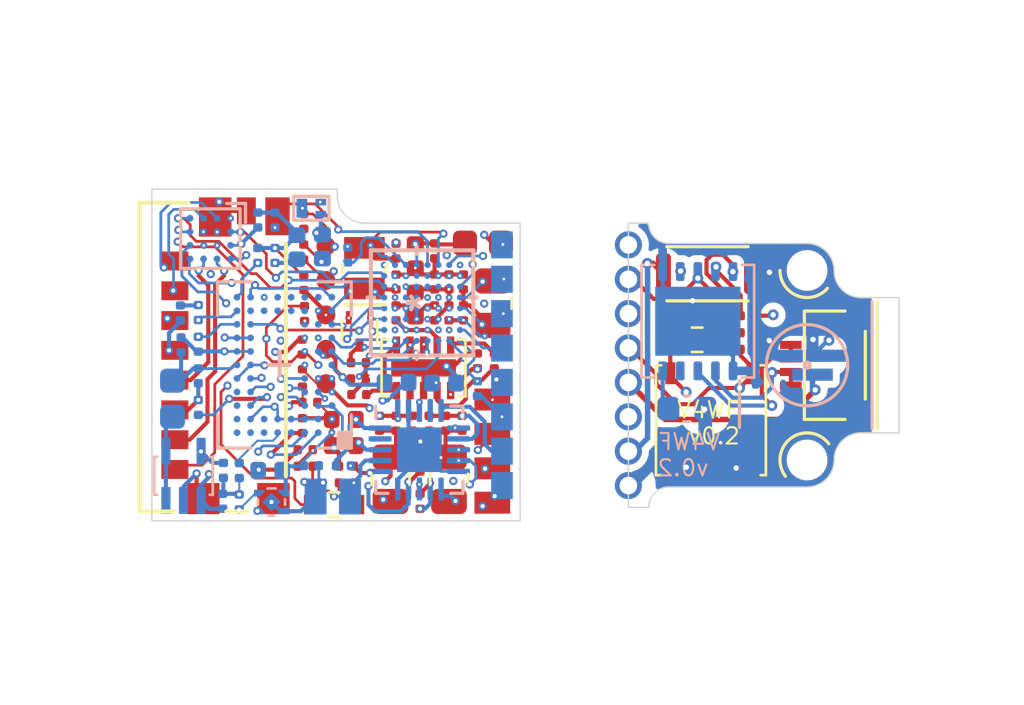
<source format=kicad_pcb>
(kicad_pcb (version 20221018) (generator pcbnew)
  (layers (0 "F.Cu" signal) (1 "In1.Cu" signal) (2 "In2.Cu" signal) (3 "In3.Cu" signal) (4 "In4.Cu" signal) (31 "B.Cu" signal) (34 "B.Paste" user) (35 "F.Paste" user) (36 "B.SilkS" user "B.Silkscreen") (37 "F.SilkS" user "F.Silkscreen") (38 "B.Mask" user) (39 "F.Mask" user) (44 "Edge.Cuts" user))
  (net 0 "")
  (net 1 "Net-(U1-FB1)")
  (net 2 "Net-(U1-FB2)")
  (net 3 "Net-(U3-CP)")
  (net 4 "Net-(U3-CM)")
  (net 5 "Net-(U2-HV)")
  (net 6 "Net-(U3-eCPO)")
  (net 7 "Net-(D2-K)")
  (net 8 "Net-(D2-A)")
  (net 9 "Net-(D3-K)")
  (net 10 "Net-(U1-SW1)")
  (net 11 "Net-(U1-SW2)")
  (net 12 "Net-(U9--)")
  (net 13 "Net-(U6B-VSW)")
  (net 14 "Net-(Q1-D)")
  (net 15 "Net-(Q2-B)")
  (net 16 "Net-(U1-PROG)")
  (net 17 "Net-(U1-HPWR)")
  (net 18 "Net-(U8-IBIAS_MASTER)")
  (net 20 "GND")
  (net 21 "/SD_DAT2")
  (net 22 "/SD_DAT3")
  (net 23 "/SD_DAT0")
  (net 24 "/SD_CMD")
  (net 25 "/SD_CLK")
  (net 26 "/SD_DAT1")
  (net 27 "/USB_VBUS")
  (net 28 "/SWCLK")
  (net 29 "/SWDIO")
  (net 30 "+1V8")
  (net 31 "/SPI1_MOSI")
  (net 32 "/SPI1_MISO")
  (net 33 "/SPI1_SCK")
  (net 34 "/SPI1_NSS")
  (net 35 "/SDMMC1_D0")
  (net 36 "/SDMMC1_D1")
  (net 37 "/SDMMC1_D3")
  (net 38 "/SDMMC1_CMD")
  (net 39 "/SDMMC1_D2")
  (net 40 "/SDMMC1_CK")
  (net 41 "+3V3")
  (net 42 "/EWL_1")
  (net 43 "/EWL_2")
  (net 45 "/LED_PWM")
  (net 47 "VDC")
  (net 49 "/ENT")
  (net 52 "/VDD_PIX")
  (net 53 "/VREF_BOTPLATE")
  (net 56 "Net-(C14-Pad1)")
  (net 57 "/VDDA")
  (net 60 "/I_SET")
  (net 61 "/LOCK_DETECT")
  (net 62 "/MONITOR2")
  (net 63 "/MONITOR1")
  (net 64 "/RESET_N")
  (net 65 "/TRIGGER0")
  (net 66 "/MONITOR0")
  (net 67 "/BAT+")
  (net 70 "/IR_REC")
  (net 79 "/XIN32")
  (net 80 "/XOUT32")
  (net 81 "/VDDCORE")
  (net 82 "/nRESET")
  (net 84 "/CLK1_OUT")
  (net 85 "/PCC_CLK")
  (net 86 "/PCC_DEN2")
  (net 87 "/PCC_DATA0")
  (net 88 "/PCC_DEN1")
  (net 89 "/PCC_DATA1")
  (net 90 "/PCC_DATA3")
  (net 91 "/PCC_DATA2")
  (net 92 "/PCC_DATA5")
  (net 93 "/PCC_DATA4")
  (net 94 "/ADC0")
  (net 95 "/PCC_DATA7")
  (net 96 "/PCC_DATA6")
  (net 98 "/I2C_BB_SDA")
  (net 99 "/I2C_BB_SCL")
  (net 100 "/I_LED")
  (net 101 "/UART_RX")
  (net 102 "/UART_TX")
  (net 103 "/SD_DET")
  (net 104 "/PUSH_BUT_MCU")
  (net 106 "/nON")
  (net 108 "/LED_STATUS")
  (net 109 "/3V3_EN")
  (net 112 "/nCHRG")
  (footprint ".Connector:0475710001" (layer "F.Cu") (at 80.25 64.5 90)
    (fp_text reference "J1")
    (fp_text value "0475710001")
  )
  (footprint ".Connector:1x4_USB" (layer "F.Cu") (at 91.973 67.6719 90)
    (fp_text reference "J2" hide)
    (fp_text value "Conn_01x04")
  )
  (footprint ".Capacitor:C_0402_1005Metric_L" (layer "F.Cu") (at 86.4882 67.468 180)
    (fp_text reference "C2")
    (fp_text value "10uF")
  )
  (footprint ".Capacitor:C_0201_0603Metric_L" (layer "F.Cu") (at 87.8074 66.6432 90)
    (fp_text reference "C3")
    (fp_text value "10pF")
  )
  (footprint ".Capacitor:C_0201_0603Metric_L" (layer "F.Cu") (at 90.857 66.6425 90)
    (fp_text reference "C4")
    (fp_text value "10pF")
  )
  (footprint ".Capacitor:C_0201_0603Metric_L" (layer "F.Cu") (at 89.3076 69.5254 90)
    (fp_text reference "C5")
    (fp_text value "2.2uF")
  )
  (footprint ".Capacitor:C_0201_0603Metric_L" (layer "F.Cu") (at 99.0828 62.6712)
    (fp_text reference "C12")
    (fp_text value "2.2uF")
  )
  (footprint ".Capacitor:C_0201_0603Metric_L" (layer "F.Cu") (at 91.4247 64.3398 90)
    (fp_text reference "C13")
    (fp_text value "2.2uF")
  )
  (footprint ".Capacitor:C_0201_0603Metric_L" (layer "F.Cu") (at 88.4186 62.5658 90)
    (fp_text reference "C17")
    (fp_text value "4.7uF")
  )
  (footprint ".Capacitor:C_0201_0603Metric_L" (layer "F.Cu") (at 84.95 63.83 90)
    (fp_text reference "C42")
    (fp_text value "0.1uF")
  )
  (footprint ".Capacitor:C_0201_0603Metric_L" (layer "F.Cu") (at 85.235 65.87)
    (fp_text reference "C43")
    (fp_text value "0.1uF")
  )
  (footprint ".Capacitor:C_0201_0603Metric_L" (layer "F.Cu") (at 85.0388 62.5912 -90)
    (fp_text reference "C45")
    (fp_text value "0.1uF")
  )
  (footprint ".Capacitor:C_0201_0603Metric_L" (layer "F.Cu") (at 85.0134 61.4482 90)
    (fp_text reference "C46")
    (fp_text value "0.1uF")
  )
  (footprint ".Capacitor:C_0201_0603Metric_L" (layer "F.Cu") (at 84.9626 66.7314 90)
    (fp_text reference "C47")
    (fp_text value "0.1uF")
  )
  (footprint ".Resistor:R_0201_0603Metric_ERJ_L" (layer "F.Cu") (at 86.586 68.23 180)
    (fp_text reference "R1")
    (fp_text value "25K")
  )
  (footprint ".Resistor:R_0201_0603Metric_ERJ_L" (layer "F.Cu") (at 86.586 68.8434)
    (fp_text reference "R2")
    (fp_text value "R_Small_US")
  )
  (footprint ".Resistor:R_0201_0603Metric_ERJ_L" (layer "F.Cu") (at 88.4186 66.6425 90)
    (fp_text reference "R3")
    (fp_text value "1.25M")
  )
  (footprint ".Resistor:R_0201_0603Metric_ERJ_L" (layer "F.Cu") (at 89.0266 66.6425 90)
    (fp_text reference "R5")
    (fp_text value "1M")
  )
  (footprint ".Resistor:R_0201_0603Metric_ERJ_L" (layer "F.Cu") (at 89.6378 66.6425 90)
    (fp_text reference "R6")
    (fp_text value "649K")
  )
  (footprint ".Resistor:R_0201_0603Metric_ERJ_L" (layer "F.Cu") (at 101.424 62.6712 180)
    (fp_text reference "R7")
    (fp_text value "2.2K")
  )
  (footprint ".Capacitor:C_0805_2012Metric_L" (layer "F.Cu") (at 90.3744 68.7126 90)
    (fp_text reference "L2")
    (fp_text value "4.7uH")
  )
  (footprint ".Capacitor:C_0201_0603Metric_L" (layer "F.Cu") (at 88.4186 61.4272 90)
    (fp_text reference "C18")
    (fp_text value "22pF")
  )
  (footprint ".Capacitor:C_0201_0603Metric_L" (layer "F.Cu") (at 90.9078 61.4228 90)
    (fp_text reference "C23")
    (fp_text value "0.1uF")
  )
  (footprint ".Capacitor:C_0201_0603Metric_L" (layer "F.Cu") (at 90.9078 62.5658 -90)
    (fp_text reference "C29")
    (fp_text value "4.7uF")
  )
  (footprint ".Capacitor:C_0201_0603Metric_L" (layer "F.Cu") (at 90.3744 61.4228 90)
    (fp_text reference "C19")
    (fp_text value "0.1uF")
  )
  (footprint ".Capacitor:C_0201_0603Metric_L" (layer "F.Cu") (at 89.841 62.5658 90)
    (fp_text reference "C22")
    (fp_text value "0.1uF")
  )
  (footprint ".Capacitor:C_0201_0603Metric_L" (layer "F.Cu") (at 90.3744 62.5658 -90)
    (fp_text reference "C25")
    (fp_text value "0.1uF")
  )
  (footprint ".Capacitor:C_0402_1005Metric_L" (layer "F.Cu") (at 89.1298 60.4708 -90)
    (fp_text reference "C26")
    (fp_text value "10uF")
  )
  (footprint ".Capacitor:C_0201_0603Metric_L" (layer "F.Cu") (at 89.841 61.4228 90)
    (fp_text reference "C28")
    (fp_text value "0.1uF")
  )
  (footprint ".Capacitor:C_0402_1005Metric_L" (layer "F.Cu") (at 89.1298 62.261 -90)
    (fp_text reference "C35")
    (fp_text value "10uF")
  )
  (footprint ".Inductor:L_0603_1608Metric_L" (layer "F.Cu") (at 91.6284 59.9884 180)
    (fp_text reference "L3")
    (fp_text value "BLM18PG471SN1D")
  )
  (footprint ".Resistor:R_0201_0603Metric_ERJ_L" (layer "F.Cu") (at 85.0134 59.18576 90)
    (fp_text reference "R11")
    (fp_text value "1K")
  )
  (footprint ".Resistor:R_0201_0603Metric_ERJ_L" (layer "F.Cu") (at 85.00832 60.3186 -90)
    (fp_text reference "R12")
    (fp_text value "DNL")
  )
  (footprint ".Resistor:R_0201_0603Metric_ERJ_L" (layer "F.Cu") (at 85.062 68.23 180)
    (fp_text reference "R13")
    (fp_text value "400K")
  )
  (footprint ".Resistor:R_0201_0603Metric_ERJ_L" (layer "F.Cu") (at 85.0658 67.6204 180)
    (fp_text reference "R14")
    (fp_text value "100K")
  )
  (footprint "Crystal:Crystal_SMD_MicroCrystal_CC8V-T1A-2Pin_2.0x1.2mm" (layer "F.Cu") (at 87.2502 60.9148 90)
    (fp_text reference "Y2")
    (fp_text value "Crystal")
  )
  (footprint ".Capacitor:C_0805_2012Metric_L" (layer "F.Cu") (at 91.98824 62.20836 90)
    (fp_text reference "L5")
    (fp_text value "10uH")
  )
  (footprint ".Capacitor:C_0201_0603Metric_L" (layer "F.Cu") (at 88.4186 60.2842 90)
    (fp_text reference "C20")
    (fp_text value "22pF")
  )
  (footprint ".Capacitor:C_0402_1005Metric_L" (layer "F.Cu") (at 86.4882 66.5028 180)
    (fp_text reference "C1")
    (fp_text value "10uF")
  )
  (footprint ".Resistor:R_0201_0603Metric_ERJ_L" (layer "F.Cu") (at 90.2474 66.6425 90)
    (fp_text reference "R4")
    (fp_text value "2.05M")
  )
  (footprint ".Package_SON:SON_11_P50_300X200X80L40X25T239X64L" (layer "F.Cu") (at 89.4346 64.5978 180)
    (fp_text reference "U3")
    (fp_text value "LTC3218")
  )
  (footprint ".Transistor:TRXSOFL3P40_120X120X55L29X21L" (layer "F.Cu") (at 87.0724 63.2516 180)
    (fp_text reference "Q1")
    (fp_text value "NTK3134NT1G")
  )
  (footprint ".Capacitor:C_0201_0603Metric_L" (layer "F.Cu") (at 87.0305 65.0002 180)
    (fp_text reference "C14")
    (fp_text value "1uF")
  )
  (footprint ".Resistor:R_0201_0603Metric_ERJ_L" (layer "F.Cu") (at 87.0432 65.5844 180)
    (fp_text reference "R10")
    (fp_text value "2K")
  )
  (footprint ".Resistor:R_0201_0603Metric_ERJ_L" (layer "F.Cu") (at 87.0305 64.4033 180)
    (fp_text reference "R9")
    (fp_text value "8.2K")
  )
  (footprint ".Capacitor:C_0805_2012Metric_L" (layer "F.Cu") (at 88.2154 68.7126 90)
    (fp_text reference "L1")
    (fp_text value "10uH")
  )
  (footprint ".Connector:Conn_1x1_700_Circular_Pad" (layer "F.Cu") (at 85.8288 63.9118 -90)
    (fp_text reference "J5" hide)
    (fp_text value "Conn_01x01")
  )
  (footprint ".Connector:Conn_1x1_700_Circular_Pad" (layer "F.Cu") (at 85.8288 60.1018 -90)
    (fp_text reference "J7" hide)
    (fp_text value "Conn_01x01")
  )
  (footprint ".Connector:Conn_1x1_700_Circular_Pad" (layer "F.Cu") (at 85.8288 62.6418 -90)
    (fp_text reference "J6" hide)
    (fp_text value "Conn_01x01")
  )
  (footprint ".Connector:Conn_1x1_700_Circular_Pad" (layer "F.Cu") (at 85.8288 65.1818 -90)
    (fp_text reference "J8" hide)
    (fp_text value "Conn_01x01")
  )
  (footprint ".Connector:Conn_1x1_700_Circular_Pad" (layer "F.Cu") (at 85.8288 61.3718 -90)
    (fp_text reference "J4" hide)
    (fp_text value "Conn_01x01")
  )
  (footprint ".Connector:Conn_1x1_700_Circular_Pad" (layer "F.Cu") (at 97 60.055 90)
    (fp_text reference "J21" hide)
    (fp_text value "Conn_01x01")
  )
  (footprint ".Connector:Conn_1x1_700_Circular_Pad" (layer "F.Cu") (at 97 61.325 90)
    (fp_text reference "J22" hide)
    (fp_text value "Conn_01x01")
  )
  (footprint ".Connector:Conn_1x1_700_Circular_Pad" (layer "F.Cu") (at 97 63.865 90)
    (fp_text reference "J24" hide)
    (fp_text value "Conn_01x01")
  )
  (footprint ".Connector:Conn_1x1_700_Circular_Pad" (layer "F.Cu") (at 97 65.135 90)
    (fp_text reference "J25" hide)
    (fp_text value "Conn_01x01")
  )
  (footprint ".Connector:Conn_1x1_700_Circular_Pad" (layer "F.Cu") (at 97 66.405 90)
    (fp_text reference "J26" hide)
    (fp_text value "Conn_01x01")
  )
  (footprint ".Connector:Conn_1x1_700_Circular_Pad" (layer "F.Cu") (at 97 67.675 90)
    (fp_text reference "J27" hide)
    (fp_text value "Conn_01x01")
  )
  (footprint ".Resistor:R_0201_0603Metric_ERJ_L" (layer "F.Cu") (at 100.2258 62.6712 180)
    (fp_text reference "R8")
    (fp_text value "2.2K")
  )
  (footprint ".Connector:Conn_1x1_700_Circular_Pad" (layer "F.Cu") (at 97 62.595 90)
    (fp_text reference "J23" hide)
    (fp_text value "Conn_01x01")
  )
  (footprint ".Connector:FH19C-4S-0.5SH(10)" (layer "F.Cu") (at 103 64.5 90)
    (fp_text reference "J3")
    (fp_text value "Conn_01x04")
  )
  (footprint ".Package_SON:SON_4_P300_395X395X90L55X35L" (layer "F.Cu") (at 100.048 66.532 180)
    (fp_text reference "U5")
    (fp_text value "TSOP57438TT1")
  )
  (footprint ".Resistor:R_0201_0603Metric_ERJ_L" (layer "F.Cu") (at 101.4196 63.9158)
    (fp_text reference "R15")
    (fp_text value "37K")
  )
  (footprint ".Connector:Conn_1x1_700_Circular_Pad" (layer "F.Cu") (at 97 68.945)
    (fp_text reference "J12" hide)
    (fp_text value "Conn_01x01")
  )
  (footprint ".Resistor:R_0201_0603Metric_ERJ_L" (layer "F.Cu") (at 101.4196 63.3 180)
    (fp_text reference "R18")
    (fp_text value "R_Small_US")
  )
  (footprint ".Switch:SMD-Switch-3mmx2mm" (layer "F.Cu") (at 99.921 61.1218 180)
    (fp_text reference "SW1")
    (fp_text value "TL3780AF330QG")
  )
  (footprint ".LED:LED_SC80X160X65L40L" (layer "F.Cu") (at 99.54 63.5602)
    (fp_text reference "D3")
    (fp_text value "LED_Small_ALT")
  )
  (footprint ".LED:LED_SC80X160X65L40L" (layer "F.Cu") (at 86.1288 69.6484 180)
    (fp_text reference "D2")
    (fp_text value "LED_Small_ALT")
  )
  (footprint ".Capacitor:C_0201_0603Metric_L" (layer "F.Cu") (at 89.841 60.2754 -90)
    (fp_text reference "C24")
    (fp_text value "0.1uF")
  )
  (footprint ".Capacitor:C_0201_0603Metric_L" (layer "F.Cu") (at 92.047 64.3398 -90)
    (fp_text reference "C15")
    (fp_text value "2.2uF")
  )
  (footprint ".Resistor:R_0201_0603Metric_ERJ_L" (layer "F.Cu") (at 89.3038 68.1498 90)
    (fp_text reference "R20")
    (fp_text value "100K")
  )
  (footprint "Resistor_SMD:R_0201_0603Metric" (layer "F.Cu") (at 84.96 64.97 90)
    (fp_text reference "R22")
    (fp_text value "10K")
  )
  (footprint "" (layer "F.Cu") (at 103.59 61.02)
    (fp_text reference "")
    (fp_text value "")
  )
  (footprint "MountingHole:MountingHole_2.1mm" (layer "F.Cu") (at 103.57 67.93)
    (fp_text reference "REF**" hide)
    (fp_text value "MountingHole_2.1mm")
  )
  (footprint ".LED:LED_LXZ1_PR01_L" (layer "B.Cu") (at 103.8 64.5 90)
    (fp_text reference "D1")
    (fp_text value "LXZ1-PB01")
  )
  (footprint ".Capacitor:C_0402_1005Metric_L" (layer "B.Cu") (at 88.4384 65.134 180)
    (fp_text reference "C6")
    (fp_text value "10uF")
  )
  (footprint ".Capacitor:C_0402_1005Metric_L" (layer "B.Cu") (at 90.191 65.1594)
    (fp_text reference "C7")
    (fp_text value "10uF")
  )
  (footprint ".Capacitor:C_0201_0603Metric_L" (layer "B.Cu") (at 83.3115 59.1375 90)
    (fp_text reference "C9")
    (fp_text value "0.1uF")
  )
  (footprint ".Capacitor:C_0201_0603Metric_L" (layer "B.Cu") (at 83.9465 59.1375 90)
    (fp_text reference "C10")
    (fp_text value "0.1uF")
  )
  (footprint ".Capacitor:C_0201_0603Metric_L" (layer "B.Cu") (at 80.4541 62.5665 90)
    (fp_text reference "C11")
    (fp_text value "2.2uF")
  )
  (footprint ".Capacitor:C_0603_1608Metric_L" (layer "B.Cu") (at 99.159 66.1002)
    (fp_text reference "C16")
    (fp_text value "4.7nF 100V")
  )
  (footprint ".Capacitor:C_0201_0603Metric_L" (layer "B.Cu") (at 82.0162 69.5254 90)
    (fp_text reference "C27")
    (fp_text value "0.1uF")
  )
  (footprint ".Capacitor:C_0201_0603Metric_L" (layer "B.Cu") (at 80.4795 63.7476 90)
    (fp_text reference "C36")
    (fp_text value "4.7uF")
  )
  (footprint ".Capacitor:C_0201_0603Metric_L" (layer "B.Cu") (at 83.3115 60.4456 90)
    (fp_text reference "C38")
    (fp_text value "0.1uF")
  )
  (footprint ".Capacitor:C_0201_0603Metric_L" (layer "B.Cu") (at 83.9465 60.4456 90)
    (fp_text reference "C41")
    (fp_text value "0.1uF")
  )
  (footprint ".Capacitor:C_0201_0603Metric_L" (layer "B.Cu") (at 85.2906 68.2084)
    (fp_text reference "C48")
    (fp_text value "0.1uF")
  )
  (footprint ".Capacitor:C_0402_1005Metric_L" (layer "B.Cu") (at 84.7593 60.1408 90)
    (fp_text reference "C50")
    (fp_text value "10uF")
  )
  (footprint ".Capacitor:C_0402_1005Metric_L" (layer "B.Cu") (at 85.6991 60.1154 90)
    (fp_text reference "C52")
    (fp_text value "10uF")
  )
  (footprint ".Inductor:L_0603_1608Metric_L" (layer "B.Cu") (at 80.162 65.7362 90)
    (fp_text reference "L4")
    (fp_text value "BLM18PG471SN1D")
  )
  (footprint ".Package_BGA:BGA88CP50_8X11_493X613X75B25" (layer "B.Cu") (at 84.296 64.4896 90)
    (fp_text reference "U8")
    (fp_text value "NOIP1SN0480A")
  )
  (footprint ".Connector:Conn_1x1_700_Circular_Pad" (layer "B.Cu") (at 85.4468 69.3476)
    (fp_text reference "J9")
    (fp_text value "Conn_01x01")
  )
  (footprint ".Connector:Conn_1x1_700_Circular_Pad" (layer "B.Cu") (at 86.7168 69.3476)
    (fp_text reference "J10" hide)
    (fp_text value "Conn_01x01")
  )
  (footprint ".Capacitor:C_0201_0603Metric_L" (layer "B.Cu") (at 82.0416 68.3824 -90)
    (fp_text reference "C30")
    (fp_text value "0.1uF")
  )
  (footprint "Package_BGA:BGA-16_1.92x1.92mm_Layout4x4_P0.5mm" (layer "B.Cu") (at 81.559 59.8233 180)
    (fp_text reference "U4")
    (fp_text value "MAX13030EETE+BGA")
  )
  (footprint ".Package_SOT:SOT_23-5P65_210X110L36X22L" (layer "B.Cu") (at 80.5684 68.5856 180)
    (fp_text reference "U9")
    (fp_text value "LMV321IDCKR")
  )
  (footprint ".Capacitor:C_0201_0603Metric_L" (layer "B.Cu") (at 82.6258 69.5508 90)
    (fp_text reference "C37")
    (fp_text value "1uF")
  )
  (footprint ".Capacitor:C_0402_1005Metric_L" (layer "B.Cu") (at 83.7688 68.3824 180)
    (fp_text reference "C51")
    (fp_text value "10uF")
  )
  (footprint ".Package_QFN:UQFN_MCP1711" (layer "B.Cu") (at 83.8196 69.5508 -90)
    (fp_text reference "U7")
    (fp_text value "NCP163AMX330TBG")
  )
  (footprint ".Package_BGA:ATSAMD51J20A-UUT-EFP" (layer "B.Cu") (at 89.3822 62.1982 90)
    (fp_text reference "U6")
    (fp_text value "ATSAMD51J20A-UUT-EFP")
  )
  (footprint "Package_DFN_QFN:QFN-20-1EP_3x3mm_P0.4mm_EP1.65x1.65mm" (layer "B.Cu") (at 89.2806 67.6211 -90)
    (fp_text reference "U1")
    (fp_text value "LTC3554")
  )
  (footprint ".Connector:Conn_1x1_700_Circular_Pad" (layer "B.Cu") (at 92.3302 60.055 -90)
    (fp_text reference "J14" hide)
    (fp_text value "Conn_01x01")
  )
  (footprint ".Connector:Conn_1x1_700_Circular_Pad" (layer "B.Cu") (at 92.3302 61.325 -90)
    (fp_text reference "J15" hide)
    (fp_text value "Conn_01x01")
  )
  (footprint ".Connector:Conn_1x1_700_Circular_Pad" (layer "B.Cu") (at 92.3302 62.595 -90)
    (fp_text reference "J16" hide)
    (fp_text value "Conn_01x01")
  )
  (footprint ".Connector:Conn_1x1_700_Circular_Pad" (layer "B.Cu") (at 92.3302 63.865 -90)
    (fp_text reference "J17" hide)
    (fp_text value "Conn_01x01")
  )
  (footprint ".Connector:Conn_1x1_700_Circular_Pad" (layer "B.Cu") (at 92.3302 65.135 -90)
    (fp_text reference "J18" hide)
    (fp_text value "Conn_01x01")
  )
  (footprint ".Connector:Conn_1x1_700_Circular_Pad" (layer "B.Cu") (at 92.3302 66.405 -90)
    (fp_text reference "J19" hide)
    (fp_text value "Conn_01x01")
  )
  (footprint ".Connector:Conn_1x1_700_Circular_Pad" (layer "B.Cu") (at 92.3302 67.675 -90)
    (fp_text reference "J20" hide)
    (fp_text value "Conn_01x01")
  )
  (footprint ".Package_SON:SON11P65_400X400X80L40X30T315X255L" (layer "B.Cu") (at 99.5654 62.8744)
    (fp_text reference "U2")
    (fp_text value "HV892")
  )
  (footprint ".Capacitor:C_0201_0603Metric_L" (layer "B.Cu") (at 81.1144 62.5538 90)
    (fp_text reference "C44")
    (fp_text value "0.1uF")
  )
  (footprint ".Capacitor:C_0201_0603Metric_L" (layer "B.Cu") (at 81.1144 66.059 90)
    (fp_text reference "C40")
    (fp_text value "0.1uF")
  )
  (footprint ".Capacitor:C_0201_0603Metric_L" (layer "B.Cu") (at 81.1144 64.8906 -90)
    (fp_text reference "C53")
    (fp_text value "0.1uF")
  )
  (footprint ".Capacitor:C_0201_0603Metric_L" (layer "B.Cu") (at 81.1145 63.7222 -90)
    (fp_text reference "C49")
    (fp_text value "0.1uF")
  )
  (footprint ".Resistor:R_0201_0603Metric_ERJ_L" (layer "B.Cu") (at 91.4247 65.3685 90)
    (fp_text reference "R16")
    (fp_text value "100K")
  )
  (footprint ".Resistor:R_0201_0603Metric_ERJ_L" (layer "B.Cu") (at 86.4761 68.2133 180)
    (fp_text reference "R17")
    (fp_text value "25K")
  )
  (footprint ".Connector:Conn_1x1_700_Circular_Pad" (layer "B.Cu") (at 92.3302 68.945)
    (fp_text reference "J11" hide)
    (fp_text value "Conn_01x01")
  )
  (footprint ".Resistor:R_0201_0603Metric_ERJ_L" (layer "B.Cu") (at 86.6368 60.4282 -90)
    (fp_text reference "R19")
    (fp_text value "1K")
  )
  (footprint ".Transistor:TRXDFN3_101X61X53L25X15N" (layer "B.Cu") (at 85.2906 58.701 180)
    (fp_text reference "Q2")
    (fp_text value "MMBT3904LP-7B")
  )
  (footprint ".Resistor:R_0201_0603Metric_ERJ_L" (layer "B.Cu") (at 82.63 68.39 -90)
    (fp_text reference "R21")
    (fp_text value "47k5")
  )
  (gr_line (start 106 62.15) (end 106 66.85) (stroke (width 0.12)) (layer "B.SilkS"))
  (gr_circle (center 103.6 64.5) (end 103.6 66) (stroke (width 0.12)) (fill none) (layer "B.SilkS"))
  (gr_line (start 101.1042 65.0684) (end 101.1 66.8) (stroke (width 0.12)) (layer "B.SilkS"))
  (gr_line (start 106.2 62.15) (end 106.2 66.85) (stroke (width 0.12)) (layer "F.SilkS"))
  (gr_arc (start 102.800001 68.6) (mid 103 67.200001) (end 104.399999 67.4) (stroke (width 0.12)) (layer "F.SilkS"))
  (gr_arc (start 104.352577 61.658505) (mid 103.248273 61.936103) (end 102.6 61) (stroke (width 0.12)) (layer "F.SilkS"))
  (gr_line (start 93 59.25) (end 87.25 59.25) (stroke (width 0.05)) (layer "Edge.Cuts"))
  (gr_line (start 97.75 59.25) (end 97 59.25) (stroke (width 0.05)) (layer "Edge.Cuts"))
  (gr_line (start 105.6 67) (end 107 67) (stroke (width 0.05)) (layer "Edge.Cuts"))
  (gr_arc (start 103.6 60) (mid 104.307107 60.292893) (end 104.6 61) (stroke (width 0.05)) (layer "Edge.Cuts"))
  (gr_arc (start 105.6 62) (mid 104.892893 61.707107) (end 104.6 61) (stroke (width 0.05)) (layer "Edge.Cuts"))
  (gr_line (start 105.6 62) (end 107 62) (stroke (width 0.05)) (layer "Edge.Cuts"))
  (gr_line (start 98.5 69) (end 103.6 69) (stroke (width 0.05)) (layer "Edge.Cuts"))
  (gr_line (start 93 70.25) (end 93 59.25) (stroke (width 0.05)) (layer "Edge.Cuts"))
  (gr_line (start 86.25 58) (end 85.4 58) (stroke (width 0.05)) (layer "Edge.Cuts"))
  (gr_line (start 86.25 58) (end 86.25 58.25) (stroke (width 0.05)) (layer "Edge.Cuts"))
  (gr_line (start 79.4 58) (end 85.4 58) (stroke (width 0.05)) (layer "Edge.Cuts"))
  (gr_line (start 79.4 58) (end 79.4 70.25) (stroke (width 0.05)) (layer "Edge.Cuts"))
  (gr_arc (start 98.5 60) (mid 97.96967 59.78033) (end 97.75 59.25) (stroke (width 0.05)) (layer "Edge.Cuts"))
  (gr_line (start 103.6 60) (end 98.5 60) (stroke (width 0.05)) (layer "Edge.Cuts"))
  (gr_line (start 97 59.25) (end 97 69.75) (stroke (width 0.05)) (layer "Edge.Cuts"))
  (gr_arc (start 104.6 68) (mid 104.892893 67.292893) (end 105.6 67) (stroke (width 0.05)) (layer "Edge.Cuts"))
  (gr_arc (start 97.75 69.75) (mid 97.96967 69.21967) (end 98.5 69) (stroke (width 0.05)) (layer "Edge.Cuts"))
  (gr_line (start 107 62) (end 107 67) (stroke (width 0.05)) (layer "Edge.Cuts"))
  (gr_line (start 97 69.75) (end 97.75 69.75) (stroke (width 0.05)) (layer "Edge.Cuts"))
  (gr_line (start 79.4 70.25) (end 93 70.25) (stroke (width 0.05)) (layer "Edge.Cuts"))
  (gr_line (start 93 59.25) (end 93 59.25) (stroke (width 0.05)) (layer "Edge.Cuts"))
  (gr_arc (start 104.6 68) (mid 104.307107 68.707107) (end 103.6 69) (stroke (width 0.05)) (layer "Edge.Cuts"))
  (gr_arc (start 87.25 59.25) (mid 86.542893 58.957107) (end 86.25 58.25) (stroke (width 0.05)) (layer "Edge.Cuts"))
  (gr_text "V4WF \nv0.2" (at 99.0198 67.8116) (layer "B.SilkS") (effects (font (size 0.6 0.6) (thickness 0.08)) (justify mirror)))
  (gr_text "V4WF \nv0.2" (at 100.175 66.6336) (layer "F.SilkS") (effects (font (size 0.6 0.6) (thickness 0.08))))
  (segment (start 87.8081 66.3675) (end 87.8074 66.3682) (width 0.1524) (layer "F.Cu") (net 1))
  (segment (start 88.4186 66.3675) (end 87.8081 66.3675) (width 0.1524) (layer "F.Cu") (net 1))
  (segment (start 88.4186 66.3675) (end 89.0266 66.3675) (width 0.1524) (layer "F.Cu") (net 1))
  (segment (start 87.8081 66.3675) (end 87.8081 66.3675) (width 0.1524) (layer "F.Cu") (net 1))
  (via (at 87.8081 66.3675) (size 0.3048) (drill 0.1524) (layers "F.Cu" "B.Cu") (net 1))
  (via micro (at 90.6014 66.8083) (size 0.254) (drill 0.1016) (layers "In1.Cu" "B.Cu") (net 1))
  (segment (start 90.2474 66.3675) (end 89.6378 66.3675) (width 0.1524) (layer "F.Cu") (net 2))
  (segment (start 90.2474 66.3675) (end 90.857 66.3675) (width 0.1524) (layer "F.Cu") (net 2))
  (via (at 90.857 66.3675) (size 0.3048) (drill 0.1524) (layers "F.Cu" "B.Cu") (net 2))
  (segment (start 90.7306 67.2211) (end 91.23 67.2211) (width 0.1524) (layer "B.Cu") (net 2))
  (segment (start 91.4269 67.0242) (end 91.4269 66.6813) (width 0.1524) (layer "B.Cu") (net 2))
  (segment (start 91.1131 66.3675) (end 90.857 66.3675) (width 0.1524) (layer "B.Cu") (net 2))
  (segment (start 91.23 67.2211) (end 91.4269 67.0242) (width 0.1524) (layer "B.Cu") (net 2))
  (segment (start 91.4269 66.6813) (end 91.1131 66.3675) (width 0.1524) (layer "B.Cu") (net 2))
  (segment (start 91.679 63.6968) (end 92.047 64.0648) (width 0.1524) (layer "F.Cu") (net 3))
  (segment (start 90.4346 63.7578) (end 90.4956 63.6968) (width 0.1524) (layer "F.Cu") (net 3))
  (segment (start 90.4956 63.6968) (end 91.679 63.6968) (width 0.1524) (layer "F.Cu") (net 3))
  (segment (start 89.9346 65.7876) (end 89.9346 65.4378) (width 0.1524) (layer "F.Cu") (net 4))
  (segment (start 90.9929 65.360158) (end 90.9929 65.7547) (width 0.1524) (layer "F.Cu") (net 4))
  (segment (start 90.1378 65.9908) (end 89.9346 65.7876) (width 0.1524) (layer "F.Cu") (net 4))
  (segment (start 91.591702 65.043) (end 91.310058 65.043) (width 0.1524) (layer "F.Cu") (net 4))
  (segment (start 92.047 64.6148) (end 92.019902 64.6148) (width 0.1524) (layer "F.Cu") (net 4))
  (segment (start 90.7568 65.9908) (end 90.1378 65.9908) (width 0.1524) (layer "F.Cu") (net 4))
  (segment (start 91.310058 65.043) (end 90.9929 65.360158) (width 0.1524) (layer "F.Cu") (net 4))
  (segment (start 90.9929 65.7547) (end 90.7568 65.9908) (width 0.1524) (layer "F.Cu") (net 4))
  (segment (start 92.019902 64.6148) (end 91.591702 65.043) (width 0.1524) (layer "F.Cu") (net 4))
  (segment (start 98.2654 65.8866) (end 98.479 66.1002) (width 0.1524) (layer "B.Cu") (net 5))
  (segment (start 98.2654 64.7094) (end 98.2654 65.8866) (width 0.1524) (layer "B.Cu") (net 5))
  (segment (start 89.653342 63.2015) (end 88.7793 63.2015) (width 0.1524) (layer "F.Cu") (net 6))
  (segment (start 89.9346 63.482758) (end 89.653342 63.2015) (width 0.1524) (layer "F.Cu") (net 6))
  (segment (start 89.9346 63.7578) (end 89.9346 63.482758) (width 0.1524) (layer "F.Cu") (net 6))
  (segment (start 88.7793 63.2015) (end 88.4186 62.8408) (width 0.1524) (layer "F.Cu") (net 6))
  (segment (start 83.196573 68.669105) (end 81.954494 67.427026) (width 0.1016) (layer "F.Cu") (net 7))
  (segment (start 84.565305 68.669105) (end 83.196573 68.669105) (width 0.1016) (layer "F.Cu") (net 7))
  (segment (start 84.9096 69.6484) (end 85.3988 69.6484) (width 0.1016) (layer "F.Cu") (net 7))
  (segment (start 84.681 68.7848) (end 84.681 69.4198) (width 0.1016) (layer "F.Cu") (net 7))
  (segment (start 81.954494 65.491506) (end 82.1918 65.2542) (width 0.1016) (layer "F.Cu") (net 7))
  (segment (start 84.565305 68.669105) (end 84.681 68.7848) (width 0.1016) (layer "F.Cu") (net 7))
  (segment (start 81.954494 67.427026) (end 81.954494 65.491506) (width 0.1016) (layer "F.Cu") (net 7))
  (segment (start 85.3988 69.6484) (end 85.3988 69.5026) (width 0.1016) (layer "F.Cu") (net 7))
  (segment (start 84.681 69.4198) (end 84.9096 69.6484) (width 0.1016) (layer "F.Cu") (net 7))
  (via (at 82.1918 65.2542) (size 0.3048) (drill 0.1524) (layers "F.Cu" "B.Cu") (net 7))
  (via micro (at 84.9604 58.701) (size 0.254) (drill 0.1016) (layers "In1.Cu" "B.Cu") (net 7))
  (segment (start 84.9406 58.701) (end 84.9604 58.701) (width 0.1016) (layer "B.Cu") (net 7))
  (segment (start 86.311 68.8434) (end 86.311 69.1006) (width 0.1016) (layer "F.Cu") (net 8))
  (segment (start 86.311 69.1006) (end 86.8588 69.6484) (width 0.1016) (layer "F.Cu") (net 8))
  (segment (start 86.311 68.8434) (end 86.2038 68.8434) (width 0.1016) (layer "F.Cu") (net 8))
  (segment (start 100.5302 63.3) (end 100.27 63.5602) (width 0.1524) (layer "F.Cu") (net 9))
  (segment (start 101.1446 63.3) (end 100.5302 63.3) (width 0.1524) (layer "F.Cu") (net 9))
  (segment (start 87.8774 69.5326) (end 87.8709 69.5261) (width 0.1524) (layer "F.Cu") (net 10))
  (segment (start 88.2154 69.5326) (end 87.8774 69.5326) (width 0.1524) (layer "F.Cu") (net 10))
  (via (at 87.945402 69.4626) (size 0.3048) (drill 0.1524) (layers "F.Cu" "B.Cu") (net 10))
  (via micro (at 89.2806 68.9038) (size 0.254) (drill 0.1016) (layers "In1.Cu" "B.Cu") (net 10))
  (via (at 90.6141 69.5134) (size 0.3048) (drill 0.1524) (layers "F.Cu" "B.Cu") (net 11))
  (segment (start 90.4251 69.3244) (end 90.6141 69.5134) (width 0.1524) (layer "B.Cu") (net 11))
  (segment (start 90.0822 69.3244) (end 90.4251 69.3244) (width 0.1524) (layer "B.Cu") (net 11))
  (segment (start 79.9184 69.4956) (end 79.9184 67.6756) (width 0.1524) (layer "B.Cu") (net 12))
  (segment (start 79.9184 66.6448) (end 80.162 66.4012) (width 0.1524) (layer "B.Cu") (net 12))
  (segment (start 79.9184 67.6756) (end 79.9184 66.6448) (width 0.1524) (layer "B.Cu") (net 12))
  (via (at 91.6152 61.41079) (size 0.3048) (drill 0.1524) (layers "F.Cu" "B.Cu") (net 13))
  (segment (start 90.7822 61.9982) (end 91.02779 61.9982) (width 0.1016) (layer "B.Cu") (net 13))
  (segment (start 91.02779 61.9982) (end 91.6152 61.41079) (width 0.1016) (layer "B.Cu") (net 13))
  (segment (start 86.745 64.4588) (end 86.745 64.084) (width 0.1524) (layer "F.Cu") (net 14))
  (segment (start 86.745 64.084) (end 87.0724 63.7566) (width 0.1524) (layer "F.Cu") (net 14))
  (via micro (at 86.63016 60.112368) (size 0.254) (drill 0.1016) (layers "In1.Cu" "B.Cu") (net 15))
  (via micro (at 85.6208 58.4724) (size 0.254) (drill 0.1016) (layers "In1.Cu" "B.Cu") (net 15))
  (segment (start 86.6368 60.119008) (end 86.63016 60.112368) (width 0.1016) (layer "B.Cu") (net 15))
  (segment (start 85.6244 58.476) (end 85.6208 58.4724) (width 0.1016) (layer "B.Cu") (net 15))
  (segment (start 86.6368 60.1532) (end 86.6368 60.119008) (width 0.1016) (layer "B.Cu") (net 15))
  (segment (start 85.6406 58.476) (end 85.6244 58.476) (width 0.1016) (layer "B.Cu") (net 15))
  (segment (start 87.111 68.48) (end 86.861 68.23) (width 0.1524) (layer "F.Cu") (net 16))
  (segment (start 87.4623 68.48) (end 87.111 68.48) (width 0.1524) (layer "F.Cu") (net 16))
  (via (at 87.4496 68.48) (size 0.3048) (drill 0.1524) (layers "F.Cu" "B.Cu") (net 16))
  (segment (start 87.5212 68.4211) (end 87.4623 68.48) (width 0.1524) (layer "B.Cu") (net 16))
  (segment (start 87.8306 68.4211) (end 87.5212 68.4211) (width 0.1524) (layer "B.Cu") (net 16))
  (via micro (at 88.491 66.4734) (size 0.254) (drill 0.1016) (layers "In1.Cu" "B.Cu") (net 17))
  (via micro (at 86.7384 68.2133) (size 0.254) (drill 0.1016) (layers "In1.Cu" "B.Cu") (net 17))
  (segment (start 88.4806 66.1711) (end 88.4806 66.463) (width 0.1524) (layer "B.Cu") (net 17))
  (segment (start 88.4806 66.463) (end 88.491 66.4734) (width 0.1524) (layer "B.Cu") (net 17))
  (segment (start 86.7511 68.2133) (end 86.7384 68.2133) (width 0.1524) (layer "B.Cu") (net 17))
  (segment (start 84.046 66.9896) (end 84.046 67.114) (width 0.0762) (layer "B.Cu") (net 18))
  (segment (start 83.2982 67.28949) (end 82.63 67.95769) (width 0.0762) (layer "B.Cu") (net 18))
  (segment (start 82.63 67.96) (end 82.63 68.115) (width 0.0762) (layer "B.Cu") (net 18))
  (segment (start 84.046 67.114) (end 83.87051 67.28949) (width 0.0762) (layer "B.Cu") (net 18))
  (segment (start 83.87051 67.28949) (end 83.2982 67.28949) (width 0.0762) (layer "B.Cu") (net 18))
  (segment (start 82.63 67.95769) (end 82.63 67.96) (width 0.0762) (layer "B.Cu") (net 18))
  (segment (start 81.051 69.176) (end 81.051 68.4974) (width 0.1524) (layer "F.Cu") (net 20))
  (segment (start 85.0134 61.1732) (end 84.9491 61.1732) (width 0.1016) (layer "F.Cu") (net 20))
  (segment (start 89.841 62.2908) (end 89.8414 62.2908) (width 0.1524) (layer "F.Cu") (net 20))
  (segment (start 99.3578 62.6712) (end 99.3578 62.1322) (width 0.1524) (layer "F.Cu") (net 20))
  (segment (start 84.9626 66.4564) (end 85.9968 66.4564) (width 0.1524) (layer "F.Cu") (net 20))
  (segment (start 101.548 68.267) (end 101.013 68.267) (width 0.1524) (layer "F.Cu") (net 20))
  (segment (start 81.3 69.425) (end 81.051 69.176) (width 0.1524) (layer "F.Cu") (net 20))
  (segment (start 101.8742 63.9158) (end 102.2 63.59) (width 0.1524) (layer "F.Cu") (net 20))
  (segment (start 84.0535 68.3577) (end 83.3497 68.3577) (width 0.1524) (layer "F.Cu") (net 20))
  (segment (start 86.7555 65.0002) (end 86.7555 64.9961) (width 0.1524) (layer "F.Cu") (net 20))
  (segment (start 85.51 65.87) (end 86.0432 66.4032) (width 0.0762) (layer "F.Cu") (net 20))
  (segment (start 86.311 67.7358) (end 86.0432 67.468) (width 0.1524) (layer "F.Cu") (net 20))
  (segment (start 99.3578 62.1322) (end 99.37 62.12) (width 0.1524) (layer "F.Cu") (net 20))
  (segment (start 84.369604 64.010396) (end 84.825 63.555) (width 0.1524) (layer "F.Cu") (net 20))
  (segment (start 80.7441 66.15) (end 81.1145 65.7796) (width 0.1524) (layer "F.Cu") (net 20))
  (segment (start 90.3746 64.5978) (end 90.4341 64.6573) (width 0.1524) (layer "F.Cu") (net 20))
  (segment (start 85.0388 62.8662) (end 85.0422 62.8662) (width 0.1524) (layer "F.Cu") (net 20))
  (segment (start 89.6378 66.9175) (end 89.6378 66.9972) (width 0.1524) (layer "F.Cu") (net 20))
  (segment (start 86.6724 62.754) (end 86.6754 62.757) (width 0.1524) (layer "F.Cu") (net 20))
  (segment (start 89.841 61.1478) (end 89.841 60.5504) (width 0.1524) (layer "F.Cu") (net 20))
  (segment (start 89.4346 65.4378) (end 89.4346 64.5978) (width 0.1524) (layer "F.Cu") (net 20))
  (segment (start 91.0266 64.0648) (end 90.4341 64.6573) (width 0.1524) (layer "F.Cu") (net 20))
  (segment (start 89.2916 69.2594) (end 89.698 68.853) (width 0.1524) (layer "F.Cu") (net 20))
  (segment (start 86.7555 65.0002) (end 86.5056 65.0002) (width 0.1016) (layer "F.Cu") (net 20))
  (segment (start 89.3076 69.2504) (end 89.3006 69.2504) (width 0.1016) (layer "F.Cu") (net 20))
  (segment (start 88.8934 61.1522) (end 89.1298 60.9158) (width 0.1524) (layer "F.Cu") (net 20))
  (segment (start 86.311 68.23) (end 86.311 67.7358) (width 0.1524) (layer "F.Cu") (net 20))
  (segment (start 84.7908 67.6204) (end 84.0535 68.3577) (width 0.1524) (layer "F.Cu") (net 20))
  (segment (start 81.965 58.8) (end 81.74 59.025) (width 0.1524) (layer "F.Cu") (net 20))
  (segment (start 86.0432 66.4032) (end 86.0432 66.5028) (width 0.0762) (layer "F.Cu") (net 20))
  (segment (start 82.89 58.8) (end 81.965 58.8) (width 0.1524) (layer "F.Cu") (net 20))
  (segment (start 80.25 66.15) (end 80.7441 66.15) (width 0.1524) (layer "F.Cu") (net 20))
  (segment (start 85.8288 63.9118) (end 86.178799 64.261799) (width 0.1524) (layer "F.Cu") (net 20))
  (segment (start 101.546 61.1218) (end 102.1582 61.1218) (width 0.1524) (layer "F.Cu") (net 20))
  (segment (start 86.6724 62.7466) (end 86.6724 62.754) (width 0.1016) (layer "F.Cu") (net 20))
  (segment (start 88.4186 62.2908) (end 88.7146 62.2908) (width 0.1524) (layer "F.Cu") (net 20))
  (segment (start 89.4346 64.5978) (end 90.3746 64.5978) (width 0.1524) (layer "F.Cu") (net 20))
  (segment (start 85.7734 63.9672) (end 85.8288 63.9118) (width 0.1524) (layer "F.Cu") (net 20))
  (segment (start 84.825 63.555) (end 84.95 63.555) (width 0.1524) (layer "F.Cu") (net 20))
  (segment (start 88.7146 62.2908) (end 89.1298 62.706) (width 0.1524) (layer "F.Cu") (net 20))
  (segment (start 98.548 68.267) (end 99.137 68.267) (width 0.1524) (layer "F.Cu") (net 20))
  (segment (start 86.7555 64.9961) (end 86.7516 64.9922) (width 0.1524) (layer "F.Cu") (net 20))
  (segment (start 89.1289 64.5978) (end 89.4346 64.5978) (width 0.1524) (layer "F.Cu") (net 20))
  (segment (start 101.013 68.267) (end 100.98 68.3) (width 0.1524) (layer "F.Cu") (net 20))
  (segment (start 88.9346 65.4378) (end 88.9346 64.7921) (width 0.1524) (layer "F.Cu") (net 20))
  (segment (start 85.0422 62.8662) (end 85.0498 62.8586) (width 0.1524) (layer "F.Cu") (net 20))
  (segment (start 90.3744 62.8408) (end 90.9078 62.8408) (width 0.1524) (layer "F.Cu") (net 20))
  (segment (start 89.6378 66.9972) (end 89.3187 67.3163) (width 0.1524) (layer "F.Cu") (net 20))
  (segment (start 89.545 62.2908) (end 89.1298 62.706) (width 0.1524) (layer "F.Cu") (net 20))
  (segment (start 84.000807 63.9672) (end 83.957611 64.010396) (width 0.1524) (layer "F.Cu") (net 20))
  (segment (start 84.9491 61.1732) (end 83.9465 60.1706) (width 0.1016) (layer "F.Cu") (net 20))
  (segment (start 89.841 61.1478) (end 89.3618 61.1478) (width 0.1524) (layer "F.Cu") (net 20))
  (segment (start 91.4247 64.0648) (end 91.0266 64.0648) (width 0.1524) (layer "F.Cu") (net 20))
  (segment (start 99.137 68.267) (end 99.14 68.27) (width 0.1524) (layer "F.Cu") (net 20))
  (segment (start 86.178799 64.261799) (end 86.178799 64.673399) (width 0.1524) (layer "F.Cu") (net 20))
  (segment (start 88.4186 61.1522) (end 88.8934 61.1522) (width 0.1524) (layer "F.Cu") (net 20))
  (segment (start 86.178799 64.673399) (end 86.4468 64.9414) (width 0.1524) (layer "F.Cu") (net 20))
  (segment (start 89.8414 62.2908) (end 89.8504 62.2998) (width 0.1524) (layer "F.Cu") (net 20))
  (segment (start 101.6946 63.3) (end 101.91 63.3) (width 0.1524) (layer "F.Cu") (net 20))
  (segment (start 101.91 63.3) (end 102.2 63.59) (width 0.1524) (layer "F.Cu") (net 20))
  (segment (start 86.5056 65.0002) (end 86.4468 64.9414) (width 0.1016) (layer "F.Cu") (net 20))
  (segment (start 85.9968 66.4564) (end 86.0432 66.5028) (width 0.1524) (layer "F.Cu") (net 20))
  (segment (start 102.1582 61.1218) (end 102.21 61.07) (width 0.1524) (layer "F.Cu") (net 20))
  (segment (start 90.3744 61.1478) (end 89.841 61.1478) (width 0.1524) (layer "F.Cu") (net 20))
  (segment (start 101.6946 63.9158) (end 101.8742 63.9158) (width 0.1524) (layer "F.Cu") (net 20))
  (segment (start 83.957611 64.010396) (end 84.369604 64.010396) (width 0.1524) (layer "F.Cu") (net 20))
  (segment (start 89.3006 69.2504) (end 89.2916 69.2594) (width 0.1016) (layer "F.Cu") (net 20))
  (segment (start 90.9078 61.1478) (end 90.3744 61.1478) (width 0.1524) (layer "F.Cu") (net 20))
  (segment (start 89.841 62.2908) (end 89.545 62.2908) (width 0.1524) (layer "F.Cu") (net 20))
  (segment (start 89.3618 61.1478) (end 89.1298 60.9158) (width 0.1524) (layer "F.Cu") (net 20))
  (segment (start 86.0432 66.5028) (end 86.0432 67.468) (width 0.1524) (layer "F.Cu") (net 20))
  (segment (start 88.9346 64.7921) (end 89.1289 64.5978) (width 0.1524) (layer "F.Cu") (net 20))
  (segment (start 89.0266 66.9175) (end 89.0266 67.0242) (width 0.1524) (layer "F.Cu") (net 20))
  (segment (start 89.0266 67.0242) (end 89.3187 67.3163) (width 0.1524) (layer "F.Cu") (net 20))
  (via (at 81.051 68.4974) (size 0.3048) (drill 0.1524) (layers "F.Cu" "B.Cu") (net 20))
  (via (at 83.3497 68.3577) (size 0.3048) (drill 0.1524) (layers "F.Cu" "B.Cu") (net 20))
  (via (at 85.474133 59.612893) (size 0.3048) (drill 0.1524) (layers "F.Cu" "B.Cu") (net 20))
  (via (at 81.1145 65.7796) (size 0.3048) (drill 0.1524) (layers "F.Cu" "B.Cu") (net 20))
  (via (at 92.0602 69.3356) (size 0.3048) (drill 0.1524) (layers "F.Cu" "B.Cu") (net 20))
  (via (at 99.14 68.27) (size 0.4) (drill 0.2) (layers "F.Cu" "B.Cu") (net 20))
  (via (at 102.2 63.59) (size 0.4) (drill 0.2) (layers "F.Cu" "B.Cu") (net 20))
  (via (at 83.957611 64.010396) (size 0.3048) (drill 0.1524) (layers "F.Cu" "B.Cu") (net 20))
  (via (at 103.82 63.55) (size 0.4) (drill 0.2) (layers "F.Cu" "B.Cu") (net 20))
  (via (at 100.98 68.3) (size 0.4) (drill 0.2) (layers "F.Cu" "B.Cu") (net 20))
  (via micro (at 89.8504 62.2998) (size 0.254) (drill 0.1016) (layers "F.Cu" "In30.Cu") (net 20))
  (via (at 83.21 61.5378) (size 0.3048) (drill 0.1524) (layers "F.Cu" "B.Cu") (net 20))
  (via (at 102.21 61.07) (size 0.4) (drill 0.2) (layers "F.Cu" "B.Cu") (net 20))
  (via (at 99.8194 66.1256) (size 0.4) (drill 0.2) (layers "F.Cu" "B.Cu") (net 20))
  (via (at 81.5717 61.1314) (size 0.3048) (drill 0.1524) (layers "F.Cu" "B.Cu") (net 20))
  (via micro (at 86.6724 62.754) (size 0.254) (drill 0.1016) (layers "F.Cu" "In30.Cu") (net 20))
  (via (at 83.556203 64.504598) (size 0.3048) (drill 0.1524) (layers "F.Cu" "B.Cu") (net 20))
  (via micro (at 89.698 68.853) (size 0.254) (drill 0.1016) (layers "F.Cu" "In30.Cu") (net 20))
  (via (at 86.4468 64.9414) (size 0.3048) (drill 0.1524) (layers "F.Cu" "B.Cu") (net 20))
  (via (at 83.9322 66.0336) (size 0.3048) (drill 0.1524) (layers "F.Cu" "B.Cu") (net 20))
  (via (at 99.37 62.12) (size 0.4) (drill 0.2) (layers "F.Cu" "B.Cu") (net 20))
  (via (at 104.41 63.58) (size 0.4) (drill 0.2) (layers "F.Cu" "B.Cu") (net 20))
  (via (at 86.131 67.5449) (size 0.3048) (drill 0.1524) (layers "F.Cu" "B.Cu") (net 20))
  (via (at 82.6258 69.2758) (size 0.3048) (drill 0.1524) (layers "F.Cu" "B.Cu") (net 20))
  (via (at 85.0322 68.8102) (size 0.3048) (drill 0.1524) (layers "F.Cu" "B.Cu") (net 20))
  (via micro (at 85.0498 62.8586) (size 0.254) (drill 0.1016) (layers "F.Cu" "In30.Cu") (net 20))
  (via (at 82.0902 63.4762) (size 0.3048) (drill 0.1524) (layers "F.Cu" "B.Cu") (net 20))
  (via (at 91.6152 69.707) (size 0.3048) (drill 0.1524) (layers "F.Cu" "B.Cu") (net 20))
  (via (at 83.9465 60.1706) (size 0.3048) (drill 0.1524) (layers "F.Cu" "B.Cu") (net 20))
  (via micro (at 90.9078 62.8408) (size 0.254) (drill 0.1016) (layers "F.Cu" "In30.Cu") (net 20))
  (via (at 88.417 59.963) (size 0.3048) (drill 0.1524) (layers "F.Cu" "B.Cu") (net 20))
  (via (at 83.8196 69.5515) (size 0.3048) (drill 0.1524) (layers "F.Cu" "B.Cu") (net 20))
  (via (at 81.8892 58.4644) (size 0.3048) (drill 0.1524) (layers "F.Cu" "B.Cu") (net 20))
  (via (at 85.7224 68.8356) (size 0.3048) (drill 0.1524) (layers "F.Cu" "B.Cu") (net 20))
  (via (at 81.1272 62.2744) (size 0.3048) (drill 0.1524) (layers "F.Cu" "B.Cu") (net 20))
  (via micro (at 89.1298 60.9158) (size 0.254) (drill 0.1016) (layers "F.Cu" "In30.Cu") (net 20))
  (via (at 89.3187 67.3163) (size 0.3048) (drill 0.1524) (layers "F.Cu" "B.Cu") (net 20))
  (via (at 90.2822 64.535) (size 0.3048) (drill 0.1524) (layers "F.Cu" "B.Cu") (net 20))
  (via (at 82.0797 63.9889) (size 0.3048) (drill 0.1524) (layers "F.Cu" "B.Cu") (net 20))
  (via micro (at 81.3177 60.0773) (size 0.254) (drill 0.1016) (layers "In1.Cu" "B.Cu") (net 20))
  (via micro (at 89.9822 62.3982) (size 0.254) (drill 0.1016) (layers "In1.Cu" "B.Cu") (net 20))
  (via micro (at 88.7822 62.3982) (size 0.254) (drill 0.1016) (layers "In1.Cu" "B.Cu") (net 20))
  (via micro (at 90.3822 63.1982) (size 0.254) (drill 0.1016) (layers "In1.Cu" "B.Cu") (net 20))
  (segment (start 82.6258 69.2758) (end 82.6258 69.2758) (width 0.1524) (layer "B.Cu") (net 20))
  (segment (start 85.7224 68.8356) (end 85.5656 69.2288) (width 0.1524) (layer "B.Cu") (net 20))
  (segment (start 88.8806 67.2211) (end 89.2806 67.6211) (width 0.1524) (layer "B.Cu") (net 20))
  (segment (start 90.6124 65.1594) (end 90.6124 64.8652) (width 0.1524) (layer "B.Cu") (net 20))
  (segment (start 90.0806 68.4211) (end 89.2806 67.6211) (width 0.1016) (layer "B.Cu") (net 20))
  (segment (start 86.046 65.9896) (end 86.4358 66.3794) (width 0.1016) (layer "B.Cu") (net 20))
  (segment (start 82.1036 63.4896) (end 82.0902 63.4762) (width 0.1016) (layer "B.Cu") (net 20))
  (segment (start 104.41 63.58) (end 104.37 63.58) (width 0.1524) (layer "B.Cu") (net 20))
  (segment (start 98.2654 61.0394) (end 98.2654 61.5744) (width 0.1524) (layer "B.Cu") (net 20))
  (segment (start 86.01724 66.01836) (end 86.046 65.9896) (width 0.1016) (layer "B.Cu") (net 20))
  (segment (start 100.8654 64.1744) (end 99.5654 62.8744) (width 0.1524) (layer "B.Cu") (net 20))
  (segment (start 86.046 61.9896) (end 86.0096 61.9896) (width 0.1016) (layer "B.Cu") (net 20))
  (segment (start 84.046 66.1474) (end 83.9322 66.0336) (width 0.1016) (layer "B.Cu") (net 20))
  (segment (start 84.3446 69.8908) (end 84.1589 69.8908) (width 0.1524) (layer "B.Cu") (net 20))
  (segment (start 83.046 61.9896) (end 83.046 61.7018) (width 0.1016) (layer "B.Cu") (net 20))
  (segment (start 82.0416 69.225) (end 82.0162 69.2504) (width 0.1524) (layer "B.Cu") (net 20))
  (segment (start 83.3115 60.1706) (end 83.9465 60.1706) (width 0.1524) (layer "B.Cu") (net 20))
  (segment (start 84.9036 69.8908) (end 85.4468 69.3476) (width 0.1524) (layer "B.Cu") (net 20))
  (segment (start 85.5656 68.6788) (end 85.7224 68.8356) (width 0.1016) (layer "B.Cu") (net 20))
  (segment (start 85.046 66.4896) (end 84.546 66.4896) (width 0.1016) (layer "B.Cu") (net 20))
  (segment (start 89.1822 61.9982) (end 88.7822 62.3982) (width 0.1016) (layer "B.Cu") (net 20))
  (segment (start 85.57476 66.01836) (end 86.01724 66.01836) (width 0.1016) (layer "B.Cu") (net 20))
  (segment (start 83.336969 61.664769) (end 83.21 61.5378) (width 0.1016) (layer "B.Cu") (net 20))
  (segment (start 83.9465 58.8625) (end 84.0145 58.8625) (width 0.1524) (layer "B.Cu") (net 20))
  (segment (start 87.9934 65.134) (end 87.9814 65.134) (width 0.1524) (layer "B.Cu") (net 20))
  (segment (start 103.82 64.13) (end 103.8 64.15) (width 0.1524) (layer "B.Cu") (net 20))
  (segment (start 98.2654 61.5744) (end 99.5654 62.8744) (width 0.1524) (layer "B.Cu") (net 20))
  (segment (start 82.0416 68.6574) (end 82.0416 69.225) (width 0.1524) (layer "B.Cu") (net 20))
  (segment (start 88.4822 69.3244) (end 88.4822 68.722328) (width 0.1524) (layer "B.Cu") (net 20))
  (segment (start 100.8654 64.7094) (end 100.8654 64.1744) (width 0.1524) (layer "B.Cu") (net 20))
  (segment (start 90.6124 64.8652) (end 90.2822 64.535) (width 0.1524) (layer "B.Cu") (net 20))
  (segment (start 89.011928 68.1926) (end 89.306 68.1926) (width 0.1524) (layer "B.Cu") (net 20))
  (segment (start 85.5656 68.2084) (end 85.5656 68.6788) (width 0.1016) (layer "B.Cu") (net 20))
  (segment (start 82.63 69.2716) (end 82.6258 69.2758) (width 0.0762) (layer "B.Cu") (net 20))
  (segment (start 86.4358 67.2401) (end 86.131 67.5449) (width 0.1016) (layer "B.Cu") (net 20))
  (segment (start 90.636 65.1594) (end 90.636 64.9887) (width 0.1524) (layer "B.Cu") (net 20))
  (segment (start 83.046 66.4896) (end 83.502 66.0336) (width 0.1016) (layer "B.Cu") (net 20))
  (segment (start 85.6991 59.6704) (end 85.53164 59.6704) (width 0.1016) (layer "B.Cu") (net 20))
  (segment (start 85.684769 61.664769) (end 83.336969 61.664769) (width 0.1016) (layer "B.Cu") (net 20))
  (segment (start 81.1144 65.1656) (end 81.1144 65.784) (width 0.1524) (layer "B.Cu") (net 20))
  (segment (start 81.1228 63.9889) (end 81.1145 63.9972) (width 0.1524) (layer "B.Cu") (net 20))
  (segment (start 104.37 63.58) (end 103.8 64.15) (width 0.1524) (layer "B.Cu") (net 20))
  (segment (start 87.894599 65.220801) (end 86.726201 65.220801) (width 0.1524) (layer "B.Cu") (net 20))
  (segment (start 84.2845 60.1706) (end 84.7593 59.6958) (width 0.1524) (layer "B.Cu") (net 20))
  (segment (start 84.0145 58.8625) (end 84.7593 59.6073) (width 0.1524) (layer "B.Cu") (net 20))
  (segment (start 86.046 64.5406) (end 86.4468 64.9414) (width 0.1016) (layer "B.Cu") (net 20))
  (segment (start 85.6406 59.6119) (end 85.6991 59.6704) (width 0.1016) (layer "B.Cu") (net 20))
  (segment (start 85.5656 69.2288) (end 85.4468 69.3476) (width 0.1524) (layer "B.Cu") (net 20))
  (segment (start 81.1145 63.9972) (end 81.0576 63.9972) (width 0.1524) (layer "B.Cu") (net 20))
  (segment (start 86.046 65.9896) (end 86.1115 65.9896) (width 0.1524) (layer "B.Cu") (net 20))
  (segment (start 80.5684 69.4956) (end 80.5684 68.98) (width 0.1524) (layer "B.Cu") (net 20))
  (segment (start 85.6406 58.926) (end 85.6406 59.6119) (width 0.1524) (layer "B.Cu") (net 20))
  (segment (start 82.0804 63.9896) (end 82.0797 63.9889) (width 0.1524) (layer "B.Cu") (net 20))
  (segment (start 80.5684 68.98) (end 81.051 68.4974) (width 0.1524) (layer "B.Cu") (net 20))
  (segment (start 88.7822 62.3982) (end 88.7822 62.7982) (width 0.1016) (layer "B.Cu") (net 20))
  (segment (start 85.546 65.9896) (end 85.57476 66.01836) (width 0.1016) (layer "B.Cu") (net 20))
  (segment (start 86.726201 65.220801) (end 86.4468 64.9414) (width 0.1524) (layer "B.Cu") (net 20))
  (segment (start 87.9814 65.134) (end 87.894599 65.220801) (width 0.1524) (layer "B.Cu") (net 20))
  (segment (start 84.046 66.4896) (end 84.046 66.1474) (width 0.1016) (layer "B.Cu") (net 20))
  (segment (start 83.9465 60.1706) (end 84.2845 60.1706) (width 0.1524) (layer "B.Cu") (net 20))
  (segment (start 83.046 63.9896) (end 82.0804 63.9896) (width 0.1016) (layer "B.Cu") (net 20))
  (segment (start 88.8806 66.1711) (end 88.8806 67.2211) (width 0.1524) (layer "B.Cu") (net 20))
  (segment (start 82.546 64.9896) (end 83.046 64.4896) (width 0.1016) (layer "B.Cu") (net 20))
  (segment (start 85.4468 69.3476) (end 85.4468 69.2248) (width 0.1016) (layer "B.Cu") (net 20))
  (segment (start 84.7593 59.6073) (end 84.7593 59.6958) (width 0.1524) (layer "B.Cu") (net 20))
  (segment (start 83.046 64.4896) (end 83.541205 64.4896) (width 0.1016) (layer "B.Cu") (net 20))
  (segment (start 90.636 65.1594) (end 90.6124 65.1594) (width 0.1524) (layer "B.Cu") (net 20))
  (segment (start 81.0576 63.9972) (end 80.533 63.4726) (width 0.1524) (layer "B.Cu") (net 20))
  (segment (start 80.533 63.4726) (end 80.4795 63.4726) (width 0.1524) (layer "B.Cu") (net 20))
  (segment (start 88.4822 68.722328) (end 89.011928 68.1926) (width 0.1524) (layer "B.Cu") (net 20))
  (segment (start 85.53164 59.6704) (end 85.474133 59.612893) (width 0.1016) (layer "B.Cu") (net 20))
  (segment (start 86.0096 61.9896) (end 85.684769 61.664769) (width 0.1016) (layer "B.Cu") (net 20))
  (segment (start 81.1017 62.2915) (end 81.1144 62.2788) (width 0.1524) (layer "B.Cu") (net 20))
  (segment (start 85.546 66.4896) (end 85.046 66.4896) (width 0.1016) (layer "B.Cu") (net 20))
  (segment (start 86.046 64.4896) (end 86.046 64.5406) (width 0.1016) (layer "B.Cu") (net 20))
  (segment (start 80.4541 62.2915) (end 81.1017 62.2915) (width 0.1524) (layer "B.Cu") (net 20))
  (segment (start 86.4358 66.3794) (end 86.4358 67.2401) (width 0.1016) (layer "B.Cu") (net 20))
  (segment (start 90.7306 68.4211) (end 90.0806 68.4211) (width 0.1016) (layer "B.Cu") (net 20))
  (segment (start 84.3446 69.8908) (end 84.9036 69.8908) (width 0.1524) (layer "B.Cu") (net 20))
  (segment (start 83.502 66.0336) (end 83.9322 66.0336) (width 0.1016) (layer "B.Cu") (net 20))
  (segment (start 83.9465 58.8625) (end 83.3115 58.8625) (width 0.1524) (layer "B.Cu") (net 20))
  (segment (start 83.046 61.7018) (end 83.21 61.5378) (width 0.1016) (layer "B.Cu") (net 20))
  (segment (start 85.4468 69.2248) (end 85.0322 68.8102) (width 0.1016) (layer "B.Cu") (net 20))
  (segment (start 84.1589 69.8908) (end 83.8196 69.5515) (width 0.1524) (layer "B.Cu") (net 20))
  (segment (start 87.9934 65.134) (end 87.9934 64.9967) (width 0.1524) (layer "B.Cu") (net 20))
  (segment (start 82.0797 63.9889) (end 81.1228 63.9889) (width 0.1524) (layer "B.Cu") (net 20))
  (segment (start 83.541205 64.4896) (end 83.556203 64.504598) (width 0.1524) (layer "B.Cu") (net 20))
  (segment (start 83.046 63.4896) (end 82.1036 63.4896) (width 0.1016) (layer "B.Cu") (net 20))
  (segment (start 82.63 68.665) (end 82.63 69.2716) (width 0.0762) (layer "B.Cu") (net 20))
  (segment (start 84.546 66.4896) (end 84.046 66.4896) (width 0.1016) (layer "B.Cu") (net 20))
  (segment (start 82.0162 69.2504) (end 82.6004 69.2504) (width 0.1524) (layer "B.Cu") (net 20))
  (segment (start 103.82 63.55) (end 103.82 64.13) (width 0.1524) (layer "B.Cu") (net 20))
  (segment (start 82.6004 69.2504) (end 82.6258 69.2758) (width 0.1524) (layer "B.Cu") (net 20))
  (via (at 79.8445 60.8901) (size 0.3048) (drill 0.1524) (layers "F.Cu" "B.Cu") (net 21))
  (segment (start 81.225487 58.489787) (end 80.101488 58.489787) (width 0.1016) (layer "B.Cu") (net 21))
  (segment (start 81.809 59.0733) (end 81.225487 58.489787) (width 0.1016) (layer "B.Cu") (net 21))
  (segment (start 79.78099 60.8901) (end 79.7302 60.83931) (width 0.1016) (layer "B.Cu") (net 21))
  (segment (start 80.101488 58.489787) (end 79.7302 58.861075) (width 0.1016) (layer "B.Cu") (net 21))
  (segment (start 79.7302 58.861075) (end 79.7302 60.83931) (width 0.1016) (layer "B.Cu") (net 21))
  (segment (start 79.8445 60.8901) (end 79.78099 60.8901) (width 0.1524) (layer "B.Cu") (net 21))
  (via (at 80.1874 61.741) (size 0.3048) (drill 0.1524) (layers "F.Cu" "B.Cu") (net 22))
  (segment (start 80.979498 58.743798) (end 80.206702 58.743798) (width 0.1016) (layer "B.Cu") (net 22))
  (segment (start 80.0223 58.9282) (end 80.0223 60.3948) (width 0.1016) (layer "B.Cu") (net 22))
  (segment (start 80.2001 61.7283) (end 80.1874 61.741) (width 0.1524) (layer "B.Cu") (net 22))
  (segment (start 80.2001 60.5726) (end 80.2001 61.7283) (width 0.1016) (layer "B.Cu") (net 22))
  (segment (start 80.0223 60.3948) (end 80.2001 60.5726) (width 0.1016) (layer "B.Cu") (net 22))
  (segment (start 81.309 59.0733) (end 80.979498 58.743798) (width 0.1016) (layer "B.Cu") (net 22))
  (segment (start 80.206702 58.743798) (end 80.0223 58.9282) (width 0.1016) (layer "B.Cu") (net 22))
  (segment (start 81.73681 64.734926) (end 81.455189 65.016547) (width 0.1524) (layer "F.Cu") (net 23))
  (segment (start 81.455189 65.016547) (end 81.455189 66.592911) (width 0.1524) (layer "F.Cu") (net 23))
  (segment (start 82.067 61.0171) (end 82.067 61.1932) (width 0.1524) (layer "F.Cu") (net 23))
  (segment (start 80.7981 67.25) (end 80.25 67.25) (width 0.1524) (layer "F.Cu") (net 23))
  (segment (start 81.73681 61.52339) (end 81.73681 64.734926) (width 0.1524) (layer "F.Cu") (net 23))
  (segment (start 81.455189 66.592911) (end 80.7981 67.25) (width 0.1524) (layer "F.Cu") (net 23))
  (segment (start 82.067 61.1932) (end 81.73681 61.52339) (width 0.1524) (layer "F.Cu") (net 23))
  (via (at 82.067 61.0171) (size 0.3048) (drill 0.1524) (layers "F.Cu" "B.Cu") (net 23))
  (segment (start 81.809 60.7591) (end 82.067 61.0171) (width 0.1016) (layer "B.Cu") (net 23))
  (segment (start 81.809 60.5733) (end 81.809 60.7591) (width 0.1016) (layer "B.Cu") (net 23))
  (via (at 79.9715 62.7697) (size 0.3048) (drill 0.1524) (layers "F.Cu" "B.Cu") (net 24))
  (via micro (at 81.305 59.5693) (size 0.254) (drill 0.1016) (layers "In1.Cu" "B.Cu") (net 24))
  (segment (start 81.4828 64.3936) (end 80.8264 65.05) (width 0.1524) (layer "F.Cu") (net 25))
  (segment (start 81.130607 61.200007) (end 81.4828 61.5522) (width 0.1524) (layer "F.Cu") (net 25))
  (segment (start 81.130607 61.000993) (end 81.130607 61.200007) (width 0.1524) (layer "F.Cu") (net 25))
  (segment (start 81.4828 61.5522) (end 81.4828 64.3936) (width 0.1524) (layer "F.Cu") (net 25))
  (segment (start 80.8264 65.05) (end 80.25 65.05) (width 0.1524) (layer "F.Cu") (net 25))
  (via (at 81.130607 61.000993) (size 0.3048) (drill 0.1524) (layers "F.Cu" "B.Cu") (net 25))
  (segment (start 81.309 60.5733) (end 81.309 60.8226) (width 0.1016) (layer "B.Cu") (net 25))
  (segment (start 81.309 60.8226) (end 81.130607 61.000993) (width 0.1016) (layer "B.Cu") (net 25))
  (segment (start 80.6319 68.1164) (end 80.4033 68.345) (width 0.1524) (layer "F.Cu") (net 26))
  (segment (start 81.7224 65.2081) (end 81.7224 67.7227) (width 0.1016) (layer "F.Cu") (net 26))
  (segment (start 82.7638 61.1568) (end 82.7638 64.1667) (width 0.1016) (layer "F.Cu") (net 26))
  (segment (start 80.3525 59.9376) (end 80.543 60.1281) (width 0.1016) (layer "F.Cu") (net 26))
  (segment (start 81.7351 60.1281) (end 82.7638 61.1568) (width 0.1016) (layer "F.Cu") (net 26))
  (segment (start 82.7638 64.1667) (end 81.7224 65.2081) (width 0.1016) (layer "F.Cu") (net 26))
  (segment (start 80.407401 68.192599) (end 80.25 68.35) (width 0.1016) (layer "F.Cu") (net 26))
  (segment (start 81.252501 68.192599) (end 80.407401 68.192599) (width 0.1016) (layer "F.Cu") (net 26))
  (segment (start 81.7224 67.7227) (end 81.252501 68.192599) (width 0.1016) (layer "F.Cu") (net 26))
  (segment (start 80.543 60.1281) (end 81.7351 60.1281) (width 0.1016) (layer "F.Cu") (net 26))
  (via (at 80.3525 59.9376) (size 0.3048) (drill 0.1524) (layers "F.Cu" "B.Cu") (net 26))
  (via micro (at 81.813 59.582) (size 0.254) (drill 0.1016) (layers "In1.Cu" "B.Cu") (net 26))
  (segment (start 91.9755 65.7669) (end 91.9835 65.7749) (width 0.1524) (layer "F.Cu") (net 27))
  (segment (start 91.973 65.7669) (end 91.9755 65.7669) (width 0.1524) (layer "F.Cu") (net 27))
  (via micro (at 91.9835 65.7749) (size 0.254) (drill 0.1016) (layers "F.Cu" "In30.Cu") (net 27))
  (via (at 86.9332 66.5028) (size 0.3048) (drill 0.1524) (layers "F.Cu" "B.Cu") (net 27))
  (segment (start 87.8306 66.8211) (end 87.2515 66.8211) (width 0.1524) (layer "B.Cu") (net 27))
  (segment (start 86.7003 66.7357) (end 86.7003 67.5148) (width 0.1524) (layer "B.Cu") (net 27))
  (segment (start 86.2011 68.014) (end 86.2011 68.2133) (width 0.1524) (layer "B.Cu") (net 27))
  (segment (start 86.9332 66.5028) (end 86.7003 66.7357) (width 0.1524) (layer "B.Cu") (net 27))
  (segment (start 87.2515 66.8211) (end 86.9332 66.5028) (width 0.1524) (layer "B.Cu") (net 27))
  (segment (start 86.7003 67.5148) (end 86.2011 68.014) (width 0.1524) (layer "B.Cu") (net 27))
  (segment (start 85.8288 60.1018) (end 85.8288 59.3958) (width 0.1016) (layer "F.Cu") (net 28))
  (segment (start 85.34376 58.91076) (end 85.0134 58.91076) (width 0.1016) (layer "F.Cu") (net 28))
  (segment (start 85.8288 60.1018) (end 85.8288 60.1186) (width 0.1016) (layer "F.Cu") (net 28))
  (segment (start 85.8288 60.1186) (end 85.824 60.1234) (width 0.1016) (layer "F.Cu") (net 28))
  (segment (start 85.8288 59.3958) (end 85.34376 58.91076) (width 0.1016) (layer "F.Cu") (net 28))
  (via (at 86.1542 60.1234) (size 0.3048) (drill 0.1524) (layers "F.Cu" "B.Cu") (net 28))
  (via micro (at 89.9822 61.9982) (size 0.254) (drill 0.1016) (layers "In1.Cu" "B.Cu") (net 28))
  (segment (start 85.8288 61.553109) (end 85.8516 61.575909) (width 0.1016) (layer "F.Cu") (net 29))
  (segment (start 85.8288 61.3718) (end 86.0329 61.5759) (width 0.1016) (layer "F.Cu") (net 29))
  (segment (start 85.436521 61.021801) (end 85.00832 60.5936) (width 0.1016) (layer "F.Cu") (net 29))
  (segment (start 85.8288 61.3718) (end 85.8288 61.3176) (width 0.1016) (layer "F.Cu") (net 29))
  (segment (start 85.0506 60.5936) (end 85.00832 60.5936) (width 0.1016) (layer "F.Cu") (net 29))
  (segment (start 85.8288 61.3718) (end 85.8288 61.553109) (width 0.1016) (layer "F.Cu") (net 29))
  (segment (start 85.478801 61.021801) (end 85.436521 61.021801) (width 0.1016) (layer "F.Cu") (net 29))
  (segment (start 85.8288 61.3718) (end 85.478801 61.021801) (width 0.1016) (layer "F.Cu") (net 29))
  (segment (start 86.12 61.0806) (end 85.8288 61.3718) (width 0.1016) (layer "F.Cu") (net 29))
  (segment (start 85.8288 61.3176) (end 86.1166 61.0298) (width 0.1016) (layer "F.Cu") (net 29))
  (segment (start 86 61.2006) (end 85.8288 61.3718) (width 0.1016) (layer "F.Cu") (net 29))
  (via (at 86.1166 61.0298) (size 0.3048) (drill 0.1524) (layers "F.Cu" "B.Cu") (net 29))
  (via micro (at 89.5822 61.9982) (size 0.254) (drill 0.1016) (layers "In1.Cu" "B.Cu") (net 29))
  (segment (start 100.49 60.42) (end 100.08 60.42) (width 0.1524) (layer "F.Cu") (net 30))
  (segment (start 84.97 65.86) (end 84.96 65.87) (width 0.0762) (layer "F.Cu") (net 30))
  (segment (start 84.608675 65.8634) (end 84.4656 66.006475) (width 0.1524) (layer "F.Cu") (net 30))
  (segment (start 92.20112 60.00872) (end 92.001294 60.00872) (width 0.1524) (layer "F.Cu") (net 30))
  (segment (start 89.841 62.8408) (end 89.841 62.8242) (width 0.1524) (layer "F.Cu") (net 30))
  (segment (start 99.885199 61.115199) (end 100.5008 61.7308) (width 0.1524) (layer "F.Cu") (net 30))
  (segment (start 85.00832 60.0436) (end 85.02502 60.0436) (width 0.1016) (layer "F.Cu") (net 30))
  (segment (start 102.3188 62.6712) (end 102.35 62.64) (width 0.1524) (layer "F.Cu") (net 30))
  (segment (start 100.8608 61.0456) (end 100.8608 60.7908) (width 0.1524) (layer "F.Cu") (net 30))
  (segment (start 89.3038 67.8748) (end 88.2332 67.8748) (width 0.1524) (layer "F.Cu") (net 30))
  (segment (start 92.001294 60.00872) (end 91.676174 59.6836) (width 0.1524) (layer "F.Cu") (net 30))
  (segment (start 88.2332 67.8748) (end 88.2154 67.8926) (width 0.1524) (layer "F.Cu") (net 30))
  (segment (start 85.8288 62.5386) (end 85.0134 61.7232) (width 0.1524) (layer "F.Cu") (net 30))
  (segment (start 85.0134 60.03852) (end 85.00832 60.0436) (width 0.1016) (layer "F.Cu") (net 30))
  (segment (start 100.08 60.42) (end 99.885199 60.614801) (width 0.1524) (layer "F.Cu") (net 30))
  (segment (start 89.248 61.6978) (end 89.1298 61.816) (width 0.1524) (layer "F.Cu") (net 30))
  (segment (start 100.8608 60.7908) (end 100.49 60.42) (width 0.1524) (layer "F.Cu") (net 30))
  (segment (start 88.4186 66.9175) (end 87.8081 66.9175) (width 0.1524) (layer "F.Cu") (net 30))
  (segment (start 88.4186 67.6894) (end 88.2154 67.8926) (width 0.1524) (layer "F.Cu") (net 30))
  (segment (start 89.841 61.6978) (end 89.248 61.6978) (width 0.1524) (layer "F.Cu") (net 30))
  (segment (start 85.0134 59.46076) (end 85.0134 60.03852) (width 0.1016) (layer "F.Cu") (net 30))
  (segment (start 88.2154 68.59125) (end 88.021597 68.785053) (width 0.1524) (layer "F.Cu") (net 30))
  (segment (start 84.97 65.33) (end 84.97 65.86) (width 0.0762) (layer "F.Cu") (net 30))
  (segment (start 89.841 62.8242) (end 90.3744 62.2908) (width 0.1524) (layer "F.Cu") (net 30))
  (segment (start 101.699 62.6712) (end 102.3188 62.6712) (width 0.1524) (layer "F.Cu") (net 30))
  (segment (start 88.4186 66.9175) (end 88.4186 67.6894) (width 0.1524) (layer "F.Cu") (net 30))
  (segment (start 100.5008 61.7308) (end 100.5008 62.6712) (width 0.1524) (layer "F.Cu") (net 30))
  (segment (start 89.841 61.6978) (end 90.3744 61.6978) (width 0.1524) (layer "F.Cu") (net 30))
  (segment (start 90.3744 61.6978) (end 90.3744 62.2908) (width 0.1524) (layer "F.Cu") (net 30))
  (segment (start 84.988 65.8634) (end 84.608675 65.8634) (width 0.1524) (layer "F.Cu") (net 30))
  (segment (start 88.2154 67.8926) (end 88.2154 68.59125) (width 0.1524) (layer "F.Cu") (net 30))
  (segment (start 99.885199 60.614801) (end 99.885199 61.115199) (width 0.1524) (layer "F.Cu") (net 30))
  (segment (start 85.02502 60.0436) (end 85.664425 60.683005) (width 0.1016) (layer "F.Cu") (net 30))
  (segment (start 87.8081 66.9175) (end 87.8074 66.9182) (width 0.1524) (layer "F.Cu") (net 30))
  (segment (start 85.8288 62.6418) (end 85.8288 62.5386) (width 0.1524) (layer "F.Cu") (net 30))
  (via (at 91.676198 62.22361) (size 0.3048) (drill 0.1524) (layers "F.Cu" "B.Cu") (net 30))
  (via (at 100.8608 61.0456) (size 0.4) (drill 0.2) (layers "F.Cu" "B.Cu") (net 30))
  (via (at 81.5082 68.5228) (size 0.3048) (drill 0.1524) (layers "F.Cu" "B.Cu") (net 30))
  (via (at 81.1145 63.4472) (size 0.3048) (drill 0.1524) (layers "F.Cu" "B.Cu") (net 30))
  (via (at 82.7061 60.0179) (size 0.3048) (drill 0.1524) (layers "F.Cu" "B.Cu") (net 30))
  (via (at 91.676174 59.6836) (size 0.3048) (drill 0.1524) (layers "F.Cu" "B.Cu") (net 30))
  (via (at 84.4656 66.006475) (size 0.3048) (drill 0.1524) (layers "F.Cu" "B.Cu") (net 30))
  (via (at 84.1608 63.5952) (size 0.3048) (drill 0.1524) (layers "F.Cu" "B.Cu") (net 30))
  (via (at 88.021597 68.785053) (size 0.3048) (drill 0.1524) (layers "F.Cu" "B.Cu") (net 30))
  (via (at 82.1432 62.2109) (size 0.3048) (drill 0.1524) (layers "F.Cu" "B.Cu") (net 30))
  (via micro (at 90.3744 61.6978) (size 0.254) (drill 0.1016) (layers "F.Cu" "In30.Cu") (net 30))
  (via micro (at 85.8288 62.6418) (size 0.254) (drill 0.1016) (layers "F.Cu" "In30.Cu") (net 30))
  (via (at 91.145275 68.9044) (size 0.3048) (drill 0.1524) (layers "F.Cu" "B.Cu") (net 30))
  (via (at 102.35 62.64) (size 0.4) (drill 0.2) (layers "F.Cu" "B.Cu") (net 30))
  (via (at 85.664425 60.683005) (size 0.3048) (drill 0.1524) (layers "F.Cu" "B.Cu") (net 30))
  (via (at 87.92 65.805) (size 0.3048) (drill 0.1524) (layers "F.Cu" "B.Cu") (net 30))
  (via micro (at 86.0548 66.4908) (size 0.254) (drill 0.1016) (layers "In1.Cu" "B.Cu") (net 30))
  (via micro (at 92.3302 66.405) (size 0.254) (drill 0.1016) (layers "In1.Cu" "B.Cu") (net 30))
  (via micro (at 89.1822 62.7982) (size 0.254) (drill 0.1016) (layers "In1.Cu" "B.Cu") (net 30))
  (via micro (at 86.7262 61.7664) (size 0.254) (drill 0.1016) (layers "In1.Cu" "B.Cu") (net 30))
  (via micro (at 90.7306 68.0211) (size 0.254) (drill 0.1016) (layers "In1.Cu" "B.Cu") (net 30))
  (via micro (at 90.3822 61.9982) (size 0.254) (drill 0.1016) (layers "In1.Cu" "B.Cu") (net 30))
  (via micro (at 89.9822 62.7982) (size 0.254) (drill 0.1016) (layers "In1.Cu" "B.Cu") (net 30))
  (segment (start 82.7061 60.0179) (end 83.3115 59.4125) (width 0.1524) (layer "B.Cu") (net 30))
  (segment (start 82.309 60.0733) (end 82.6507 60.0733) (width 0.1016) (layer "B.Cu") (net 30))
  (segment (start 91.3744 68.2399) (end 91.3744 68.675275) (width 0.1016) (layer "B.Cu") (net 30))
  (segment (start 90.7306 68.0236) (end 90.714 68.0402) (width 0.1016) (layer "B.Cu") (net 30))
  (segment (start 88.093924 65.805) (end 87.92 65.805) (width 0.1524) (layer "B.Cu") (net 30))
  (segment (start 92.0952 66.405) (end 92.0856 66.4146) (width 0.1524) (layer "B.Cu") (net 30))
  (segment (start 81.724111 61.791811) (end 82.1432 62.2109) (width 0.1016) (layer "B.Cu") (net 30))
  (segment (start 81.5082 68.6354) (end 81.5082 68.5228) (width 0.1524) (layer "B.Cu") (net 30))
  (segment (start 90.7306 68.0211) (end 91.1556 68.0211) (width 0.1016) (layer "B.Cu") (net 30))
  (segment (start 91.4247 65.6435) (end 91.5687 65.6435) (width 0.1524) (layer "B.Cu") (net 30))
  (segment (start 81.1145 63.4472) (end 81.4842 63.4472) (width 0.1016) (layer "B.Cu") (net 30))
  (segment (start 81.2184 68.9252) (end 81.5082 68.6354) (width 0.1524) (layer "B.Cu") (net 30))
  (segment (start 81.4842 63.4472) (end 81.9418 62.9896) (width 0.1016) (layer "B.Cu") (net 30))
  (segment (start 90.7306 68.0211) (end 90.7306 68.0236) (width 0.1016) (layer "B.Cu") (net 30))
  (segment (start 88.8834 65.134) (end 88.764924 65.134) (width 0.1524) (layer "B.Cu") (net 30))
  (segment (start 80.506199 60.376101) (end 80.506199 61.202799) (width 0.1016) (layer "B.Cu") (net 30))
  (segment (start 80.809 60.0733) (end 80.506199 60.376101) (width 0.1016) (layer "B.Cu") (net 30))
  (segment (start 81.095211 61.791811) (end 81.724111 61.791811) (width 0.1016) (layer "B.Cu") (net 30))
  (segment (start 91.5687 65.6435) (end 92.3302 66.405) (width 0.1524) (layer "B.Cu") (net 30))
  (segment (start 80.506199 61.202799) (end 81.095211 61.791811) (width 0.1016) (layer "B.Cu") (net 30))
  (segment (start 82.6507 60.0733) (end 82.7061 60.0179) (width 0.1524) (layer "B.Cu") (net 30))
  (segment (start 81.5232 69.8004) (end 81.2184 69.4956) (width 0.1524) (layer "B.Cu") (net 30))
  (segment (start 81.2184 69.4956) (end 81.2184 68.9252) (width 0.1524) (layer "B.Cu") (net 30))
  (segment (start 86.046 62.4896) (end 86.046 62.4466) (width 0.1016) (layer "B.Cu") (net 30))
  (segment (start 88.764924 65.134) (end 88.093924 65.805) (width 0.1524) (layer "B.Cu") (net 30))
  (segment (start 91.1556 68.0211) (end 91.3744 68.2399) (width 0.1016) (layer "B.Cu") (net 30))
  (segment (start 86.046 62.4466) (end 86.7262 61.7664) (width 0.1016) (layer "B.Cu") (net 30))
  (segment (start 92.3302 66.405) (end 92.0952 66.405) (width 0.1524) (layer "B.Cu") (net 30))
  (segment (start 82.0162 69.8004) (end 81.5232 69.8004) (width 0.1524) (layer "B.Cu") (net 30))
  (segment (start 89.1822 62.3982) (end 89.1822 62.7982) (width 0.1016) (layer "B.Cu") (net 30))
  (segment (start 81.9418 62.9896) (end 82.546 62.9896) (width 0.1016) (layer "B.Cu") (net 30))
  (segment (start 91.3744 68.675275) (end 91.145275 68.9044) (width 0.1016) (layer "B.Cu") (net 30))
  (segment (start 81.1145 63.4472) (end 81.1145 63.4472) (width 0.1524) (layer "B.Cu") (net 30))
  (via (at 83.4513 64.9668) (size 0.3048) (drill 0.1524) (layers "F.Cu" "B.Cu") (net 31))
  (via micro (at 88.7822 61.1982) (size 0.254) (drill 0.1016) (layers "In1.Cu" "B.Cu") (net 31))
  (segment (start 83.046 64.9896) (end 83.4285 64.9896) (width 0.1016) (layer "B.Cu") (net 31))
  (segment (start 83.4285 64.9896) (end 83.4513 64.9668) (width 0.1524) (layer "B.Cu") (net 31))
  (via (at 83.787717 65.298375) (size 0.3048) (drill 0.1524) (layers "F.Cu" "B.Cu") (net 32))
  (via micro (at 88.3822 61.1982) (size 0.254) (drill 0.1016) (layers "In1.Cu" "B.Cu") (net 32))
  (segment (start 83.046 65.4896) (end 83.237225 65.298375) (width 0.1016) (layer "B.Cu") (net 32))
  (segment (start 83.237225 65.298375) (end 83.787717 65.298375) (width 0.1016) (layer "B.Cu") (net 32))
  (via micro (at 88.7822 61.5982) (size 0.254) (drill 0.1016) (layers "In1.Cu" "B.Cu") (net 33))
  (via micro (at 85.787754 65.731537) (size 0.254) (drill 0.1016) (layers "In1.Cu" "B.Cu") (net 33))
  (segment (start 85.787754 65.731354) (end 85.787754 65.731537) (width 0.1016) (layer "B.Cu") (net 33))
  (segment (start 85.546 65.4896) (end 85.787754 65.731354) (width 0.1016) (layer "B.Cu") (net 33))
  (via micro (at 86.052254 65.490537) (size 0.254) (drill 0.1016) (layers "In1.Cu" "B.Cu") (net 34))
  (via micro (at 87.6406 61.7918) (size 0.254) (drill 0.1016) (layers "In1.Cu" "B.Cu") (net 34))
  (segment (start 87.9822 61.9982) (end 87.847 61.9982) (width 0.1016) (layer "B.Cu") (net 34))
  (segment (start 87.847 61.9982) (end 87.6406 61.7918) (width 0.1016) (layer "B.Cu") (net 34))
  (via (at 82.88488 60.43036) (size 0.3048) (drill 0.1524) (layers "F.Cu" "B.Cu") (net 35))
  (via micro (at 88.3822 61.5982) (size 0.254) (drill 0.1016) (layers "In1.Cu" "B.Cu") (net 35))
  (segment (start 82.309 60.5733) (end 82.74194 60.5733) (width 0.1016) (layer "B.Cu") (net 35))
  (segment (start 82.74194 60.5733) (end 82.88488 60.43036) (width 0.1016) (layer "B.Cu") (net 35))
  (segment (start 83.6274 60.387787) (end 82.820826 59.581213) (width 0.1016) (layer "F.Cu") (net 36))
  (segment (start 82.820826 59.581213) (end 82.675813 59.581213) (width 0.1016) (layer "F.Cu") (net 36))
  (segment (start 83.98216 61.27364) (end 83.6274 60.91888) (width 0.1016) (layer "F.Cu") (net 36))
  (segment (start 83.6274 60.91888) (end 83.6274 60.387787) (width 0.1016) (layer "F.Cu") (net 36))
  (via (at 83.98216 61.27364) (size 0.3048) (drill 0.1524) (layers "F.Cu" "B.Cu") (net 36))
  (via (at 82.675813 59.581213) (size 0.3048) (drill 0.1524) (layers "F.Cu" "B.Cu") (net 36))
  (segment (start 82.309 59.5733) (end 82.6679 59.5733) (width 0.1016) (layer "B.Cu") (net 36))
  (segment (start 82.6679 59.5733) (end 82.675813 59.581213) (width 0.1524) (layer "B.Cu") (net 36))
  (segment (start 87.9822 61.1982) (end 87.867901 61.083901) (width 0.1016) (layer "B.Cu") (net 36))
  (segment (start 87.867901 61.083901) (end 86.646699 61.083901) (width 0.1016) (layer "B.Cu") (net 36))
  (segment (start 84.2058 61.05) (end 83.98216 61.27364) (width 0.1016) (layer "B.Cu") (net 36))
  (segment (start 85.6796 61.05) (end 84.2058 61.05) (width 0.1016) (layer "B.Cu") (net 36))
  (segment (start 85.993457 61.363857) (end 85.6796 61.05) (width 0.1016) (layer "B.Cu") (net 36))
  (segment (start 86.366743 61.363857) (end 85.993457 61.363857) (width 0.1016) (layer "B.Cu") (net 36))
  (segment (start 86.646699 61.083901) (end 86.366743 61.363857) (width 0.1016) (layer "B.Cu") (net 36))
  (segment (start 81.87142 59.9249) (end 83.06522 61.1187) (width 0.1016) (layer "F.Cu") (net 37))
  (segment (start 84.175168 61.6394) (end 84.4546 61.359968) (width 0.1016) (layer "F.Cu") (net 37))
  (segment (start 80.580728 59.074) (end 80.81732 59.310592) (width 0.1016) (layer "F.Cu") (net 37))
  (segment (start 80.81732 59.701642) (end 81.040578 59.9249) (width 0.1016) (layer "F.Cu") (net 37))
  (segment (start 80.81732 59.310592) (end 80.81732 59.701642) (width 0.1016) (layer "F.Cu") (net 37))
  (segment (start 80.365202 59.074) (end 80.580728 59.074) (width 0.1016) (layer "F.Cu") (net 37))
  (segment (start 83.779194 61.6394) (end 84.175168 61.6394) (width 0.1016) (layer "F.Cu") (net 37))
  (segment (start 83.258494 61.1187) (end 83.779194 61.6394) (width 0.1016) (layer "F.Cu") (net 37))
  (segment (start 83.06522 61.1187) (end 83.258494 61.1187) (width 0.1016) (layer "F.Cu") (net 37))
  (segment (start 81.040578 59.9249) (end 81.87142 59.9249) (width 0.1016) (layer "F.Cu") (net 37))
  (via (at 80.365202 59.074) (size 0.3048) (drill 0.1524) (layers "F.Cu" "B.Cu") (net 37))
  (via (at 84.4546 61.359968) (size 0.3048) (drill 0.1524) (layers "F.Cu" "B.Cu") (net 37))
  (segment (start 85.701459 61.359968) (end 84.4546 61.359968) (width 0.1016) (layer "B.Cu") (net 37))
  (segment (start 80.365902 59.0733) (end 80.365202 59.074) (width 0.1524) (layer "B.Cu") (net 37))
  (segment (start 87.784 61.4) (end 86.6862 61.4) (width 0.1016) (layer "B.Cu") (net 37))
  (segment (start 87.9822 61.5982) (end 87.784 61.4) (width 0.1016) (layer "B.Cu") (net 37))
  (segment (start 86.4722 61.614) (end 85.955491 61.614) (width 0.1016) (layer "B.Cu") (net 37))
  (segment (start 86.6862 61.4) (end 86.4722 61.614) (width 0.1016) (layer "B.Cu") (net 37))
  (segment (start 85.955491 61.614) (end 85.701459 61.359968) (width 0.1016) (layer "B.Cu") (net 37))
  (segment (start 80.809 59.0733) (end 80.365902 59.0733) (width 0.1016) (layer "B.Cu") (net 37))
  (via (at 80.3779 59.5058) (size 0.3048) (drill 0.1524) (layers "F.Cu" "B.Cu") (net 38))
  (via micro (at 87.9822 60.7982) (size 0.254) (drill 0.1016) (layers "In1.Cu" "B.Cu") (net 38))
  (segment (start 80.4454 59.5733) (end 80.3779 59.5058) (width 0.1524) (layer "B.Cu") (net 38))
  (segment (start 80.809 59.5733) (end 80.4454 59.5733) (width 0.1016) (layer "B.Cu") (net 38))
  (via micro (at 82.309 59.0733) (size 0.254) (drill 0.1016) (layers "In1.Cu" "B.Cu") (net 39))
  (via micro (at 88.3822 61.9982) (size 0.254) (drill 0.1016) (layers "In1.Cu" "B.Cu") (net 39))
  (via (at 82.3464 61.4616) (size 0.3048) (drill 0.1524) (layers "F.Cu" "B.Cu") (net 40))
  (via micro (at 88.3822 62.3982) (size 0.254) (drill 0.1016) (layers "In1.Cu" "B.Cu") (net 40))
  (segment (start 80.784322 61.121697) (end 81.124225 61.4616) (width 0.1016) (layer "B.Cu") (net 40))
  (segment (start 81.124225 61.4616) (end 82.3464 61.4616) (width 0.1016) (layer "B.Cu") (net 40))
  (segment (start 80.809 60.5733) (end 80.784322 60.597978) (width 0.1524) (layer "B.Cu") (net 40))
  (segment (start 80.784322 60.597978) (end 80.784322 61.121697) (width 0.1016) (layer "B.Cu") (net 40))
  (segment (start 91.4247 64.6148) (end 91.4247 64.6148) (width 0.1524) (layer "F.Cu") (net 41))
  (segment (start 90.4346 65.4378) (end 90.4346 65.5764) (width 0.1524) (layer "F.Cu") (net 41))
  (segment (start 84.866474 67.0064) (end 84.9626 67.0064) (width 0.1524) (layer "F.Cu") (net 41))
  (segment (start 84.9626 67.0064) (end 84.5876 67.0064) (width 0.1524) (layer "F.Cu") (net 41))
  (segment (start 90.4346 65.4378) (end 90.4352 65.4378) (width 0.1524) (layer "F.Cu") (net 41))
  (segment (start 84.5876 67.0064) (end 83.792 67.802) (width 0.1524) (layer "F.Cu") (net 41))
  (segment (start 98.548 64.797) (end 98.548 63.8222) (width 0.1524) (layer "F.Cu") (net 41))
  (segment (start 90.2474 66.9175) (end 90.857 66.9175) (width 0.1524) (layer "F.Cu") (net 41))
  (segment (start 91.22779 64.64461) (end 91.4247 64.64461) (width 0.1524) (layer "F.Cu") (net 41))
  (segment (start 82.259295 65.741708) (end 83.592678 65.741708) (width 0.1524) (layer "F.Cu") (net 41))
  (segment (start 98.548 63.8222) (end 98.81 63.5602) (width 0.1524) (layer "F.Cu") (net 41))
  (segment (start 98.81 63.5602) (end 98.81 62.6734) (width 0.1524) (layer "F.Cu") (net 41))
  (segment (start 83.592678 65.741708) (end 83.652687 65.681699) (width 0.1524) (layer "F.Cu") (net 41))
  (segment (start 90.2474 67.7656) (end 90.3744 67.8926) (width 0.1524) (layer "F.Cu") (net 41))
  (segment (start 90.2474 66.9175) (end 90.2474 67.7656) (width 0.1524) (layer "F.Cu") (net 41))
  (segment (start 90.4346 65.4378) (end 91.22779 64.64461) (width 0.1524) (layer "F.Cu") (net 41))
  (segment (start 98.81 62.6734) (end 98.8078 62.6712) (width 0.1524) (layer "F.Cu") (net 41))
  (segment (start 98.548 64.797) (end 98.548 64.905) (width 0.1524) (layer "F.Cu") (net 41))
  (segment (start 98.548 64.905) (end 99.1336 65.4906) (width 0.1524) (layer "F.Cu") (net 41))
  (via (at 83.9465 60.7206) (size 0.3048) (drill 0.1524) (layers "F.Cu" "B.Cu") (net 41))
  (via (at 81.2161 67.6846) (size 0.3048) (drill 0.1524) (layers "F.Cu" "B.Cu") (net 41))
  (via (at 99.1336 65.4906) (size 0.4) (drill 0.2) (layers "F.Cu" "B.Cu") (net 41))
  (via (at 80.035 63.9508) (size 0.3048) (drill 0.1524) (layers "F.Cu" "B.Cu") (net 41))
  (via (at 81.1145 62.8332) (size 0.3048) (drill 0.1524) (layers "F.Cu" "B.Cu") (net 41))
  (via (at 91.4247 64.64461) (size 0.3048) (drill 0.1524) (layers "F.Cu" "B.Cu") (net 41))
  (via micro (at 90.4346 65.5764) (size 0.254) (drill 0.1016) (layers "F.Cu" "In30.Cu") (net 41))
  (via micro (at 90.079 67.9132) (size 0.254) (drill 0.1016) (layers "F.Cu" "In30.Cu") (net 41))
  (via (at 83.792 67.802) (size 0.3048) (drill 0.1524) (layers "F.Cu" "B.Cu") (net 41))
  (via (at 82.259295 65.741708) (size 0.3048) (drill 0.1524) (layers "F.Cu" "B.Cu") (net 41))
  (via (at 83.3115 60.7206) (size 0.3048) (drill 0.1524) (layers "F.Cu" "B.Cu") (net 41))
  (via (at 98.9304 61.0202) (size 0.4) (drill 0.2) (layers "F.Cu" "B.Cu") (net 41))
  (via (at 83.652687 65.681699) (size 0.3048) (drill 0.1524) (layers "F.Cu" "B.Cu") (net 41))
  (via micro (at 83.9466 59.4169) (size 0.254) (drill 0.1016) (layers "In1.Cu" "B.Cu") (net 41))
  (via micro (at 89.9012 65.1446) (size 0.254) (drill 0.1016) (layers "In1.Cu" "B.Cu") (net 41))
  (via micro (at 83.5512 61.995) (size 0.254) (drill 0.1016) (layers "In1.Cu" "B.Cu") (net 41))
  (via micro (at 83.3 69.88) (size 0.3048) (drill 0.1524) (layers "In1.Cu" "B.Cu") (net 41))
  (via micro (at 92.365 60.0392) (size 0.254) (drill 0.1016) (layers "In1.Cu" "B.Cu") (net 41))
  (via micro (at 81.813 60.0773) (size 0.254) (drill 0.1016) (layers "In1.Cu" "B.Cu") (net 41))
  (segment (start 83.3115 60.7206) (end 83.3115 60.7206) (width 0.1524) (layer "B.Cu") (net 41))
  (segment (start 83.9465 60.7206) (end 83.9465 60.7206) (width 0.1524) (layer "B.Cu") (net 41))
  (segment (start 89.746 65.1594) (end 89.8864 65.1594) (width 0.1524) (layer "B.Cu") (net 41))
  (segment (start 84.7367 67.7989) (end 85.546 66.9896) (width 0.1016) (layer "B.Cu") (net 41))
  (segment (start 83.353901 65.681699) (end 83.652687 65.681699) (width 0.1016) (layer "B.Cu") (net 41))
  (segment (start 83.546 61.9898) (end 83.5512 61.995) (width 0.1016) (layer "B.Cu") (net 41))
  (segment (start 92.3492 60.055) (end 92.365 60.0392) (width 0.1524) (layer "B.Cu") (net 41))
  (segment (start 82.714699 61.317401) (end 83.3115 60.7206) (width 0.1016) (layer "B.Cu") (net 41))
  (segment (start 80.4624 62.8332) (end 80.4541 62.8415) (width 0.1524) (layer "B.Cu") (net 41))
  (segment (start 81.2335 62.7142) (end 81.1145 62.8332) (width 0.1016) (layer "B.Cu") (net 41))
  (segment (start 82.0416 68.1074) (end 81.6389 68.1074) (width 0.1524) (layer "B.Cu") (net 41))
  (segment (start 83.792 67.802) (end 84.7367 67.7989) (width 0.1016) (layer "B.Cu") (net 41))
  (segment (start 82.714699 61.820901) (end 82.714699 61.317401) (width 0.1016) (layer "B.Cu") (net 41))
  (segment (start 81.6389 68.1074) (end 81.2161 67.6846) (width 0.1524) (layer "B.Cu") (net 41))
  (segment (start 83.546 61.9896) (end 83.546 61.9898) (width 0.1016) (layer "B.Cu") (net 41))
  (segment (start 83.2946 69.8908) (end 83.2481 69.8443) (width 0.1524) (layer "B.Cu") (net 41))
  (segment (start 82.3214 62.7142) (end 81.2335 62.7142) (width 0.1016) (layer "B.Cu") (net 41))
  (segment (start 80.4541 62.8415) (end 80.4541 62.890098) (width 0.1524) (layer "B.Cu") (net 41))
  (segment (start 80.035 63.309198) (end 80.035 63.9508) (width 0.1524) (layer "B.Cu") (net 41))
  (segment (start 83.9465 60.7206) (end 84.6245 60.7206) (width 0.1524) (layer "B.Cu") (net 41))
  (segment (start 82.546 62.4896) (end 82.3214 62.7142) (width 0.1016) (layer "B.Cu") (net 41))
  (segment (start 82.546 61.9896) (end 82.714699 61.820901) (width 0.1016) (layer "B.Cu") (net 41))
  (segment (start 89.8864 65.1594) (end 89.9012 65.1446) (width 0.1524) (layer "B.Cu") (net 41))
  (segment (start 83.046 65.9896) (end 83.353901 65.681699) (width 0.1016) (layer "B.Cu") (net 41))
  (segment (start 92.3302 60.055) (end 92.3492 60.055) (width 0.1524) (layer "B.Cu") (net 41))
  (segment (start 81.667003 66.334) (end 82.259295 65.741708) (width 0.1016) (layer "B.Cu") (net 41))
  (segment (start 81.1144 66.334) (end 81.667003 66.334) (width 0.1016) (layer "B.Cu") (net 41))
  (segment (start 80.4541 62.890098) (end 80.035 63.309198) (width 0.1524) (layer "B.Cu") (net 41))
  (segment (start 103 64.25) (end 102.267852 64.25) (width 0.1524) (layer "F.Cu") (net 42))
  (segment (start 102.267852 64.25) (end 101.927198 64.590654) (width 0.1524) (layer "F.Cu") (net 42))
  (segment (start 103 64.25) (end 103 63.75) (width 0.1524) (layer "F.Cu") (net 42))
  (segment (start 101.927198 64.590654) (end 101.927198 65.617198) (width 0.1524) (layer "F.Cu") (net 42))
  (segment (start 101.927198 65.617198) (end 102.3 65.99) (width 0.1524) (layer "F.Cu") (net 42))
  (via (at 102.3 65.99) (size 0.4) (drill 0.2) (layers "F.Cu" "B.Cu") (net 42))
  (segment (start 100.781398 65.99) (end 102.3 65.99) (width 0.1524) (layer "B.Cu") (net 42))
  (segment (start 99.5654 64.7094) (end 99.5654 64.774002) (width 0.1524) (layer "B.Cu") (net 42))
  (segment (start 99.5654 64.774002) (end 100.781398 65.99) (width 0.1524) (layer "B.Cu") (net 42))
  (segment (start 103 64.75) (end 102.319996 64.75) (width 0.1524) (layer "F.Cu") (net 43))
  (segment (start 103 64.75) (end 103 65.25) (width 0.1524) (layer "F.Cu") (net 43))
  (segment (start 102.319996 64.75) (end 102.299996 64.77) (width 0.1524) (layer "F.Cu") (net 43))
  (via (at 102.299996 64.77) (size 0.4) (drill 0.2) (layers "F.Cu" "B.Cu") (net 43))
  (segment (start 102.299996 65.320004) (end 102.299996 64.77) (width 0.1524) (layer "B.Cu") (net 43))
  (segment (start 100.2154 64.7094) (end 100.2154 65.0594) (width 0.1524) (layer "B.Cu") (net 43))
  (segment (start 100.856 65.7) (end 101.92 65.7) (width 0.1524) (layer "B.Cu") (net 43))
  (segment (start 101.92 65.7) (end 102.299996 65.320004) (width 0.1524) (layer "B.Cu") (net 43))
  (segment (start 100.2154 65.0594) (end 100.856 65.7) (width 0.1524) (layer "B.Cu") (net 43))
  (via micro (at 87.4724 62.7466) (size 0.254) (drill 0.1016) (layers "F.Cu" "In30.Cu") (net 45))
  (via (at 91.245317 60.7711) (size 0.3048) (drill 0.1524) (layers "F.Cu" "B.Cu") (net 45))
  (segment (start 91.245317 61.135083) (end 91.245317 60.7711) (width 0.1016) (layer "B.Cu") (net 45))
  (segment (start 90.7822 61.5982) (end 91.245317 61.135083) (width 0.1016) (layer "B.Cu") (net 45))
  (segment (start 86.9332 67.468) (end 86.9332 67.4597) (width 0.1524) (layer "F.Cu") (net 47))
  (segment (start 86.9332 67.4597) (end 87.0432 67.3497) (width 0.1524) (layer "F.Cu") (net 47))
  (via (at 89.3076 69.8004) (size 0.3048) (drill 0.1524) (layers "F.Cu" "B.Cu") (net 47))
  (via (at 82.6258 69.8309) (size 0.3048) (drill 0.1524) (layers "F.Cu" "B.Cu") (net 47))
  (via (at 87.0432 67.3497) (size 0.3048) (drill 0.1524) (layers "F.Cu" "B.Cu") (net 47))
  (via micro (at 86.861 68.8434) (size 0.254) (drill 0.1016) (layers "F.Cu" "In30.Cu") (net 47))
  (segment (start 87.3146 67.6211) (end 87.8306 67.6211) (width 0.1524) (layer "B.Cu") (net 47))
  (segment (start 89.3152 69.7928) (end 89.3076 69.8004) (width 0.1524) (layer "B.Cu") (net 47))
  (segment (start 83.2459 69.2108) (end 83.2946 69.2108) (width 0.0762) (layer "B.Cu") (net 47))
  (segment (start 89.6806 69.6087) (end 89.4965 69.7928) (width 0.1524) (layer "B.Cu") (net 47))
  (segment (start 89.4965 69.7928) (end 89.3152 69.7928) (width 0.1524) (layer "B.Cu") (net 47))
  (segment (start 82.6258 69.8309) (end 83.2459 69.2108) (width 0.0762) (layer "B.Cu") (net 47))
  (segment (start 82.6908 69.8908) (end 82.6258 69.8258) (width 0.1524) (layer "B.Cu") (net 47))
  (segment (start 87.0432 67.3497) (end 87.3146 67.6211) (width 0.1524) (layer "B.Cu") (net 47))
  (segment (start 89.6806 69.0711) (end 89.6806 69.6087) (width 0.1524) (layer "B.Cu") (net 47))
  (segment (start 83.2481 69.2573) (end 83.2946 69.2108) (width 0.1524) (layer "B.Cu") (net 47))
  (segment (start 88.9346 63.7578) (end 88.9346 63.749) (width 0.1524) (layer "F.Cu") (net 49))
  (segment (start 88.9346 63.749) (end 88.936 63.7476) (width 0.1524) (layer "F.Cu") (net 49))
  (via (at 90.290855 60.437692) (size 0.3048) (drill 0.1524) (layers "F.Cu" "B.Cu") (net 49))
  (via micro (at 88.936 63.7476) (size 0.254) (drill 0.1016) (layers "F.Cu" "In30.Cu") (net 49))
  (via micro (at 90.38088 61.1982) (size 0.254) (drill 0.1016) (layers "In1.Cu" "B.Cu") (net 49))
  (segment (start 84.825 64.105) (end 84.95 64.105) (width 0.1016) (layer "F.Cu") (net 52))
  (segment (start 84.4238 62.3162) (end 83.6274 63.1126) (width 0.1016) (layer "F.Cu") (net 52))
  (segment (start 84.95 64.105) (end 85.1614 64.105) (width 0.1016) (layer "F.Cu") (net 52))
  (segment (start 85.0388 62.3162) (end 84.4238 62.3162) (width 0.1016) (layer "F.Cu") (net 52))
  (segment (start 83.6274 64.144727) (end 83.852673 64.37) (width 0.1016) (layer "F.Cu") (net 52))
  (segment (start 85.5184 64.5172) (end 85.546 64.4896) (width 0.1524) (layer "F.Cu") (net 52))
  (segment (start 85.1614 64.105) (end 85.546 64.4896) (width 0.1016) (layer "F.Cu") (net 52))
  (segment (start 83.6274 63.519002) (end 83.6274 64.144727) (width 0.1016) (layer "F.Cu") (net 52))
  (segment (start 84.56 64.37) (end 84.825 64.105) (width 0.1016) (layer "F.Cu") (net 52))
  (segment (start 83.852673 64.37) (end 84.56 64.37) (width 0.1016) (layer "F.Cu") (net 52))
  (segment (start 83.6274 63.1126) (end 83.6274 63.519002) (width 0.1016) (layer "F.Cu") (net 52))
  (via (at 85.546 64.4896) (size 0.3048) (drill 0.1524) (layers "F.Cu" "B.Cu") (net 52))
  (via (at 83.6274 63.519002) (size 0.3048) (drill 0.1524) (layers "F.Cu" "B.Cu") (net 52))
  (via micro (at 85.5468 62.4903) (size 0.254) (drill 0.1016) (layers "In1.Cu" "B.Cu") (net 52))
  (via micro (at 86.046 66.9896) (size 0.254) (drill 0.1016) (layers "In1.Cu" "B.Cu") (net 52))
  (segment (start 84.3446 68.5132) (end 84.2138 68.3824) (width 0.1524) (layer "B.Cu") (net 52))
  (segment (start 84.3618 68.2344) (end 84.2138 68.3824) (width 0.1524) (layer "B.Cu") (net 52))
  (segment (start 84.988 68.0476) (end 84.988 68.2344) (width 0.1016) (layer "B.Cu") (net 52))
  (segment (start 86.046 66.9896) (end 84.988 68.0476) (width 0.1016) (layer "B.Cu") (net 52))
  (segment (start 84.3446 69.2108) (end 84.3446 68.5132) (width 0.1524) (layer "B.Cu") (net 52))
  (segment (start 84.988 68.2344) (end 84.3618 68.2344) (width 0.1524) (layer "B.Cu") (net 52))
  (segment (start 80.4794 64.7538) (end 80.162 65.0712) (width 0.1524) (layer "B.Cu") (net 53))
  (segment (start 82.3337 64.6239) (end 81.1227 64.6239) (width 0.1016) (layer "B.Cu") (net 53))
  (segment (start 81.1227 64.6239) (end 81.1144 64.6156) (width 0.1524) (layer "B.Cu") (net 53))
  (segment (start 80.5286 65.0176) (end 80.4287 65.0176) (width 0.1524) (layer "B.Cu") (net 53))
  (segment (start 80.4795 64.0226) (end 80.4795 64.7537) (width 0.1524) (layer "B.Cu") (net 53))
  (segment (start 80.9306 64.6156) (end 80.5286 65.0176) (width 0.1524) (layer "B.Cu") (net 53))
  (segment (start 82.546 64.4896) (end 82.468 64.4896) (width 0.1016) (layer "B.Cu") (net 53))
  (segment (start 80.4795 64.7537) (end 80.162 65.0712) (width 0.1524) (layer "B.Cu") (net 53))
  (segment (start 81.1144 64.6156) (end 80.9306 64.6156) (width 0.1524) (layer "B.Cu") (net 53))
  (segment (start 82.468 64.4896) (end 82.3337 64.6239) (width 0.1016) (layer "B.Cu") (net 53))
  (segment (start 87.295 65.0811) (end 87.3077 65.0938) (width 0.1524) (layer "F.Cu") (net 56))
  (segment (start 87.3055 65.0002) (end 87.3055 65.0471) (width 0.1524) (layer "F.Cu") (net 56))
  (segment (start 87.3055 65.0471) (end 86.7682 65.5844) (width 0.1524) (layer "F.Cu") (net 56))
  (segment (start 87.295 64.4588) (end 87.295 65.0811) (width 0.1524) (layer "F.Cu") (net 56))
  (segment (start 89.8798 60.0392) (end 89.841 60.0004) (width 0.1524) (layer "F.Cu") (net 57))
  (segment (start 89.1552 60.0004) (end 89.1298 60.0258) (width 0.1524) (layer "F.Cu") (net 57))
  (segment (start 90.84064 60.0392) (end 89.8798 60.0392) (width 0.1524) (layer "F.Cu") (net 57))
  (segment (start 90.87112 60.00872) (end 90.84064 60.0392) (width 0.1524) (layer "F.Cu") (net 57))
  (segment (start 89.841 60.0004) (end 89.1552 60.0004) (width 0.1524) (layer "F.Cu") (net 57))
  (via (at 89.1298 60.0258) (size 0.3048) (drill 0.1524) (layers "F.Cu" "B.Cu") (net 57))
  (segment (start 89.1822 60.0782) (end 89.1298 60.0258) (width 0.1016) (layer "B.Cu") (net 57))
  (segment (start 89.1822 60.7982) (end 89.1822 60.0782) (width 0.1016) (layer "B.Cu") (net 57))
  (segment (start 87.5454 65.4378) (end 88.4346 65.4378) (width 0.1524) (layer "F.Cu") (net 60))
  (segment (start 87.9979 65.0011) (end 87.9979 64.1945) (width 0.1524) (layer "F.Cu") (net 60))
  (segment (start 87.344 65.6392) (end 87.5454 65.4378) (width 0.1524) (layer "F.Cu") (net 60))
  (segment (start 87.9979 64.1945) (end 88.4346 63.7578) (width 0.1524) (layer "F.Cu") (net 60))
  (segment (start 87.2966 65.6392) (end 87.344 65.6392) (width 0.1524) (layer "F.Cu") (net 60))
  (segment (start 88.4346 65.4378) (end 87.9979 65.0011) (width 0.1524) (layer "F.Cu") (net 60))
  (via (at 84.48 65.346075) (size 0.3048) (drill 0.1524) (layers "F.Cu" "B.Cu") (net 64))
  (via (at 86.614267 63.5317) (size 0.3048) (drill 0.1524) (layers "F.Cu" "B.Cu") (net 64))
  (segment (start 86.753299 63.392668) (end 86.614267 63.5317) (width 0.1016) (layer "B.Cu") (net 64))
  (segment (start 87.9822 62.3982) (end 87.433186 62.3982) (width 0.1016) (layer "B.Cu") (net 64))
  (segment (start 86.753299 63.078087) (end 86.753299 63.392668) (width 0.1016) (layer "B.Cu") (net 64))
  (segment (start 84.902475 65.346075) (end 84.48 65.346075) (width 0.1016) (layer "B.Cu") (net 64))
  (segment (start 86.85 62.981386) (end 86.753299 63.078087) (width 0.1016) (layer "B.Cu") (net 64))
  (segment (start 87.433186 62.3982) (end 86.85 62.981386) (width 0.1016) (layer "B.Cu") (net 64))
  (segment (start 85.046 65.4896) (end 84.902475 65.346075) (width 0.1016) (layer "B.Cu") (net 64))
  (via (at 84.165513 65.676275) (size 0.3048) (drill 0.1524) (layers "F.Cu" "B.Cu") (net 65))
  (via (at 87.55 63.25) (size 0.3048) (drill 0.1524) (layers "F.Cu" "B.Cu") (net 65))
  (segment (start 87.9822 63.1982) (end 87.6018 63.1982) (width 0.1016) (layer "B.Cu") (net 65))
  (segment (start 87.6018 63.1982) (end 87.55 63.25) (width 0.1016) (layer "B.Cu") (net 65))
  (segment (start 84.732675 65.676275) (end 84.165513 65.676275) (width 0.1016) (layer "B.Cu") (net 65))
  (segment (start 85.046 65.9896) (end 84.732675 65.676275) (width 0.1016) (layer "B.Cu") (net 65))
  (via (at 83.33 67.69) (size 0.3048) (drill 0.1524) (layers "F.Cu" "B.Cu") (net 66))
  (via micro (at 87.475 60.0726) (size 0.254) (drill 0.1016) (layers "In1.Cu" "B.Cu") (net 66))
  (segment (start 88.3822 60.7982) (end 88.063 60.479) (width 0.1016) (layer "B.Cu") (net 66))
  (segment (start 88.063 60.479) (end 87.8814 60.479) (width 0.1016) (layer "B.Cu") (net 66))
  (segment (start 83.33 67.65) (end 83.5 67.48) (width 0.1016) (layer "B.Cu") (net 66))
  (segment (start 83.33 67.69) (end 83.33 67.65) (width 0.1016) (layer "B.Cu") (net 66))
  (segment (start 83.3348 67.687326) (end 83.332126 67.69) (width 0.1524) (layer "B.Cu") (net 66))
  (segment (start 83.332126 67.69) (end 83.33 67.69) (width 0.1524) (layer "B.Cu") (net 66))
  (segment (start 83.3348 67.6652) (end 83.3348 67.687326) (width 0.1524) (layer "B.Cu") (net 66))
  (segment (start 84.59 67.48) (end 85.046 67.024) (width 0.1016) (layer "B.Cu") (net 66))
  (segment (start 83.5 67.48) (end 84.59 67.48) (width 0.1016) (layer "B.Cu") (net 66))
  (segment (start 85.046 67.024) (end 85.046 66.9896) (width 0.1016) (layer "B.Cu") (net 66))
  (segment (start 87.8814 60.479) (end 87.475 60.0726) (width 0.1016) (layer "B.Cu") (net 66))
  (segment (start 85.337 68.901306) (end 85.337 68.23) (width 0.1016) (layer "F.Cu") (net 67))
  (segment (start 85.919747 69.140401) (end 85.576095 69.140401) (width 0.1016) (layer "F.Cu") (net 67))
  (segment (start 85.576095 69.140401) (end 85.337 68.901306) (width 0.1016) (layer "F.Cu") (net 67))
  (segment (start 86.125873 69.346527) (end 85.919747 69.140401) (width 0.1016) (layer "F.Cu") (net 67))
  (via (at 86.125873 69.346527) (size 0.3048) (drill 0.1524) (layers "F.Cu" "B.Cu") (net 67))
  (segment (start 87.101691 68.582083) (end 86.7168 68.966974) (width 0.1524) (layer "B.Cu") (net 67))
  (segment (start 86.126946 69.3476) (end 86.125873 69.346527) (width 0.1016) (layer "B.Cu") (net 67))
  (segment (start 87.2862 68.0211) (end 87.101691 68.205609) (width 0.1524) (layer "B.Cu") (net 67))
  (segment (start 87.8306 68.0211) (end 87.2862 68.0211) (width 0.1524) (layer "B.Cu") (net 67))
  (segment (start 87.101691 68.205609) (end 87.101691 68.582083) (width 0.1524) (layer "B.Cu") (net 67))
  (segment (start 86.7168 68.966974) (end 86.7168 69.3476) (width 0.1524) (layer "B.Cu") (net 67))
  (segment (start 86.7168 69.3476) (end 86.126946 69.3476) (width 0.1016) (layer "B.Cu") (net 67))
  (segment (start 99.98 65.34) (end 99.38 65.94) (width 0.1524) (layer "F.Cu") (net 70))
  (segment (start 98.03 64.83) (end 97.20281 64.00281) (width 0.1524) (layer "F.Cu") (net 70))
  (segment (start 101.1446 64.1488) (end 101.1446 63.9158) (width 0.1524) (layer "F.Cu") (net 70))
  (segment (start 97.20281 64.00281) (end 97.20281 63.865) (width 0.1524) (layer "F.Cu") (net 70))
  (segment (start 98.03 65.189042) (end 98.03 64.83) (width 0.1524) (layer "F.Cu") (net 70))
  (segment (start 99.38 65.94) (end 98.780958 65.94) (width 0.1524) (layer "F.Cu") (net 70))
  (segment (start 101.548 64.5522) (end 101.1446 64.1488) (width 0.1524) (layer "F.Cu") (net 70))
  (segment (start 101.548 64.902) (end 101.11 65.34) (width 0.1524) (layer "F.Cu") (net 70))
  (segment (start 101.548 64.797) (end 101.548 64.902) (width 0.1524) (layer "F.Cu") (net 70))
  (segment (start 98.780958 65.94) (end 98.03 65.189042) (width 0.1524) (layer "F.Cu") (net 70))
  (segment (start 101.11 65.34) (end 99.98 65.34) (width 0.1524) (layer "F.Cu") (net 70))
  (via (at 101.11 65.34) (size 0.4) (drill 0.2) (layers "F.Cu" "B.Cu") (net 70))
  (segment (start 90.952 63.1982) (end 91.6188 63.865) (width 0.1016) (layer "B.Cu") (net 70))
  (segment (start 90.7822 63.1982) (end 90.952 63.1982) (width 0.1016) (layer "B.Cu") (net 70))
  (segment (start 91.6188 63.865) (end 92.381 63.865) (width 0.1016) (layer "B.Cu") (net 70))
  (segment (start 88.4186 61.7022) (end 87.2876 61.7022) (width 0.1524) (layer "F.Cu") (net 79))
  (segment (start 87.2876 61.7022) (end 87.2502 61.6648) (width 0.1524) (layer "F.Cu") (net 79))
  (via (at 91.6284 60.4663) (size 0.3048) (drill 0.1524) (layers "F.Cu" "B.Cu") (net 79))
  (via micro (at 88.4186 61.7022) (size 0.254) (drill 0.1016) (layers "F.Cu" "In30.Cu") (net 79))
  (segment (start 90.3822 60.7774) (end 90.3822 60.7982) (width 0.1016) (layer "B.Cu") (net 79))
  (segment (start 90.6933 60.4663) (end 90.3822 60.7774) (width 0.1016) (layer "B.Cu") (net 79))
  (segment (start 91.6284 60.4663) (end 90.6933 60.4663) (width 0.1016) (layer "B.Cu") (net 79))
  (segment (start 87.6446 60.5592) (end 87.2502 60.1648) (width 0.1524) (layer "F.Cu") (net 80))
  (segment (start 88.4186 60.5592) (end 87.6446 60.5592) (width 0.1524) (layer "F.Cu") (net 80))
  (segment (start 87.53779 60.1648) (end 87.8074 59.89519) (width 0.1016) (layer "F.Cu") (net 80))
  (segment (start 87.2502 60.1648) (end 87.53779 60.1648) (width 0.1016) (layer "F.Cu") (net 80))
  (segment (start 87.2502 60.1648) (end 87.83161 59.58339) (width 0.1016) (layer "F.Cu") (net 80))
  (segment (start 90.10999 59.58339) (end 90.1674 59.6408) (width 0.1016) (layer "F.Cu") (net 80))
  (segment (start 87.83161 59.58339) (end 90.10999 59.58339) (width 0.1016) (layer "F.Cu") (net 80))
  (via (at 90.1674 59.6408) (size 0.3048) (drill 0.1524) (layers "F.Cu" "B.Cu") (net 80))
  (segment (start 90.1674 59.6408) (end 89.9822 59.826) (width 0.1016) (layer "B.Cu") (net 80))
  (segment (start 89.9822 59.826) (end 89.9822 60.7982) (width 0.1016) (layer "B.Cu") (net 80))
  (segment (start 90.9078 61.6978) (end 90.9078 62.2908) (width 0.1524) (layer "F.Cu") (net 81))
  (segment (start 91.1368 62.2908) (end 91.87436 63.02836) (width 0.1524) (layer "F.Cu") (net 81))
  (segment (start 91.87436 63.02836) (end 91.98824 63.02836) (width 0.1524) (layer "F.Cu") (net 81))
  (segment (start 90.9078 62.2908) (end 91.1368 62.2908) (width 0.1524) (layer "F.Cu") (net 81))
  (via (at 91.5898 62.9936) (size 0.3048) (drill 0.1524) (layers "F.Cu" "B.Cu") (net 81))
  (segment (start 90.7822 62.3982) (end 90.9944 62.3982) (width 0.1016) (layer "B.Cu") (net 81))
  (segment (start 90.9944 62.3982) (end 91.5898 62.9936) (width 0.1016) (layer "B.Cu") (net 81))
  (segment (start 87.3358 65.9828) (end 87.4374 66.0844) (width 0.1524) (layer "F.Cu") (net 82))
  (segment (start 84.96 64.65) (end 85.4918 65.1818) (width 0.0762) (layer "F.Cu") (net 82))
  (segment (start 85.4918 65.1818) (end 85.8288 65.1818) (width 0.0762) (layer "F.Cu") (net 82))
  (segment (start 85.8288 65.1818) (end 86.6298 65.9828) (width 0.1524) (layer "F.Cu") (net 82))
  (segment (start 86.6298 65.9828) (end 87.3358 65.9828) (width 0.1524) (layer "F.Cu") (net 82))
  (via (at 87.4374 66.0844) (size 0.3048) (drill 0.1524) (layers "F.Cu" "B.Cu") (net 82))
  (via micro (at 90.3822 62.3982) (size 0.254) (drill 0.1016) (layers "In1.Cu" "B.Cu") (net 82))
  (segment (start 87.033708 63.2) (end 84.2 63.2) (width 0.1016) (layer "F.Cu") (net 84))
  (segment (start 87.0581 63.224392) (end 87.033708 63.2) (width 0.1016) (layer "F.Cu") (net 84))
  (segment (start 84.2 63.2) (end 84.15 63.15) (width 0.1016) (layer "F.Cu") (net 84))
  (via (at 84.15 63.15) (size 0.3048) (drill 0.1524) (layers "F.Cu" "B.Cu") (net 84))
  (via (at 87.0581 63.224392) (size 0.3048) (drill 0.1524) (layers "F.Cu" "B.Cu") (net 84))
  (segment (start 87.9822 62.7982) (end 87.484292 62.7982) (width 0.1016) (layer "B.Cu") (net 84))
  (segment (start 83.9896 62.9896) (end 84.15 63.15) (width 0.1016) (layer "B.Cu") (net 84))
  (segment (start 83.046 62.9896) (end 83.9896 62.9896) (width 0.1016) (layer "B.Cu") (net 84))
  (segment (start 87.484292 62.7982) (end 87.0581 63.224392) (width 0.1016) (layer "B.Cu") (net 84))
  (segment (start 86.046 63.4896) (end 86.1135 63.5571) (width 0.1016) (layer "B.Cu") (net 85))
  (segment (start 86.392901 63.836501) (end 86.046 63.4896) (width 0.1016) (layer "B.Cu") (net 85))
  (segment (start 87.941099 63.557099) (end 87.042901 63.557099) (width 0.1016) (layer "B.Cu") (net 85))
  (segment (start 87.9411 63.5571) (end 87.9822 63.5982) (width 0.1016) (layer "B.Cu") (net 85))
  (segment (start 87.042901 63.557099) (end 86.763499 63.836501) (width 0.1016) (layer "B.Cu") (net 85))
  (segment (start 86.763499 63.836501) (end 86.392901 63.836501) (width 0.1016) (layer "B.Cu") (net 85))
  (segment (start 87.9822 63.5982) (end 87.941099 63.557099) (width 0.1016) (layer "B.Cu") (net 85))
  (via micro (at 88.3822 63.1982) (size 0.254) (drill 0.1016) (layers "In1.Cu" "B.Cu") (net 86))
  (via micro (at 85.5468 64.9922) (size 0.254) (drill 0.1016) (layers "In1.Cu" "B.Cu") (net 86))
  (via micro (at 88.3822 63.5982) (size 0.254) (drill 0.1016) (layers "In1.Cu" "B.Cu") (net 87))
  (via micro (at 86.47136 63.04148) (size 0.254) (drill 0.1016) (layers "In1.Cu" "B.Cu") (net 87))
  (segment (start 86.41948 62.9896) (end 86.47136 63.04148) (width 0.1016) (layer "B.Cu") (net 87))
  (segment (start 86.046 62.9896) (end 86.41948 62.9896) (width 0.1016) (layer "B.Cu") (net 87))
  (via micro (at 88.7822 63.1982) (size 0.254) (drill 0.1016) (layers "In1.Cu" "B.Cu") (net 88))
  (via micro (at 86.046 64.9896) (size 0.254) (drill 0.1016) (layers "In1.Cu" "B.Cu") (net 88))
  (segment (start 88.7822 63.1982) (end 88.3822 62.7982) (width 0.1016) (layer "B.Cu") (net 88))
  (segment (start 86.046 64.9896) (end 86.046 65.0268) (width 0.1524) (layer "B.Cu") (net 88))
  (via micro (at 87.25 63.8365) (size 0.254) (drill 0.1016) (layers "In1.Cu" "B.Cu") (net 89))
  (via micro (at 85.046 63.4896) (size 0.254) (drill 0.1016) (layers "In1.Cu" "B.Cu") (net 89))
  (segment (start 87.429605 63.8365) (end 87.25 63.8365) (width 0.1016) (layer "B.Cu") (net 89))
  (segment (start 87.470706 63.877601) (end 87.429605 63.8365) (width 0.1016) (layer "B.Cu") (net 89))
  (segment (start 88.7822 63.5982) (end 88.502799 63.877601) (width 0.1016) (layer "B.Cu") (net 89))
  (segment (start 88.502799 63.877601) (end 87.470706 63.877601) (width 0.1016) (layer "B.Cu") (net 89))
  (via micro (at 85.045999 63.9889) (size 0.254) (drill 0.1016) (layers "In1.Cu" "B.Cu") (net 90))
  (via micro (at 89.1822 63.1982) (size 0.254) (drill 0.1016) (layers "In1.Cu" "B.Cu") (net 90))
  (segment (start 85.046 63.988901) (end 85.045999 63.9889) (width 0.1016) (layer "B.Cu") (net 90))
  (segment (start 85.046 63.9896) (end 85.046 63.988901) (width 0.1016) (layer "B.Cu") (net 90))
  (via micro (at 87.423389 64.153977) (size 0.254) (drill 0.1016) (layers "In1.Cu" "B.Cu") (net 91))
  (via micro (at 85.5468 63.4936) (size 0.254) (drill 0.1016) (layers "In1.Cu" "B.Cu") (net 91))
  (segment (start 89.1822 63.5982) (end 88.6772 64.1032) (width 0.1016) (layer "B.Cu") (net 91))
  (segment (start 87.474166 64.1032) (end 87.423389 64.153977) (width 0.1016) (layer "B.Cu") (net 91))
  (segment (start 88.6772 64.1032) (end 87.474166 64.1032) (width 0.1016) (layer "B.Cu") (net 91))
  (via micro (at 89.1536 64.0428) (size 0.254) (drill 0.1016) (layers "In1.Cu" "B.Cu") (net 92))
  (via micro (at 89.5822 62.7982) (size 0.254) (drill 0.1016) (layers "In1.Cu" "B.Cu") (net 92))
  (segment (start 86.492802 64.436402) (end 86.046 63.9896) (width 0.1016) (layer "B.Cu") (net 92))
  (segment (start 88.88999 64.30641) (end 87.687494 64.30641) (width 0.1016) (layer "B.Cu") (net 92))
  (segment (start 89.1536 64.0428) (end 88.88999 64.30641) (width 0.1016) (layer "B.Cu") (net 92))
  (segment (start 87.687494 64.30641) (end 87.557502 64.436402) (width 0.1016) (layer "B.Cu") (net 92))
  (segment (start 87.557502 64.436402) (end 86.492802 64.436402) (width 0.1016) (layer "B.Cu") (net 92))
  (via micro (at 89.5822 63.1982) (size 0.254) (drill 0.1016) (layers "In1.Cu" "B.Cu") (net 93))
  (via micro (at 85.7246 64.1413) (size 0.254) (drill 0.1016) (layers "In1.Cu" "B.Cu") (net 93))
  (segment (start 85.5602 63.9896) (end 85.546 63.9896) (width 0.1016) (layer "B.Cu") (net 93))
  (segment (start 85.7246 64.1413) (end 85.5602 63.9896) (width 0.1016) (layer "B.Cu") (net 93))
  (segment (start 85.3408 67.6204) (end 85.3408 67.6502) (width 0.1016) (layer "F.Cu") (net 94))
  (segment (start 84.787 68.204) (end 85.3408 67.6502) (width 0.1524) (layer "F.Cu") (net 94))
  (segment (start 84.787 68.23) (end 84.787 68.204) (width 0.1524) (layer "F.Cu") (net 94))
  (via (at 90.5362 68.7768) (size 0.3048) (drill 0.1524) (layers "F.Cu" "B.Cu") (net 94))
  (via micro (at 85.3408 67.6502) (size 0.254) (drill 0.1016) (layers "F.Cu" "In30.Cu") (net 94))
  (via micro (at 89.9822 61.1982) (size 0.254) (drill 0.1016) (layers "In1.Cu" "B.Cu") (net 94))
  (via (at 84.1752 65.00236) (size 0.3048) (drill 0.1524) (layers "F.Cu" "B.Cu") (net 95))
  (via micro (at 89.9822 63.1982) (size 0.254) (drill 0.1016) (layers "In1.Cu" "B.Cu") (net 95))
  (segment (start 84.18796 64.9896) (end 84.1752 65.00236) (width 0.1016) (layer "B.Cu") (net 95))
  (segment (start 85.021509 64.965109) (end 85.046 64.9896) (width 0.1016) (layer "B.Cu") (net 95))
  (segment (start 85.046 64.9896) (end 84.18796 64.9896) (width 0.1016) (layer "B.Cu") (net 95))
  (via micro (at 87.0564 64.916) (size 0.254) (drill 0.1016) (layers "In1.Cu" "B.Cu") (net 96))
  (via micro (at 85.04896 64.49436) (size 0.254) (drill 0.1016) (layers "In1.Cu" "B.Cu") (net 96))
  (segment (start 89.9822 63.5982) (end 89.9822 64.2) (width 0.1016) (layer "B.Cu") (net 96))
  (segment (start 87.332788 64.639612) (end 87.0564 64.916) (width 0.1016) (layer "B.Cu") (net 96))
  (segment (start 85.046 64.4896) (end 85.046 64.4914) (width 0.1016) (layer "B.Cu") (net 96))
  (segment (start 85.046 64.4914) (end 85.04896 64.49436) (width 0.1016) (layer "B.Cu") (net 96))
  (segment (start 89.542588 64.639612) (end 87.332788 64.639612) (width 0.1016) (layer "B.Cu") (net 96))
  (segment (start 89.9822 64.2) (end 89.542588 64.639612) (width 0.1016) (layer "B.Cu") (net 96))
  (segment (start 101.09319 61.864908) (end 101.09319 61.85319) (width 0.1524) (layer "F.Cu") (net 98))
  (segment (start 101.149 61.920718) (end 101.09319 61.864908) (width 0.1524) (layer "F.Cu") (net 98))
  (segment (start 101.149 62.6712) (end 101.149 61.920718) (width 0.1524) (layer "F.Cu") (net 98))
  (segment (start 101.09319 61.85319) (end 100.238009 60.998009) (width 0.1524) (layer "F.Cu") (net 98))
  (segment (start 100.238009 60.998009) (end 100.238009 60.8678) (width 0.1524) (layer "F.Cu") (net 98))
  (via (at 100.238009 60.8678) (size 0.4) (drill 0.2) (layers "F.Cu" "B.Cu") (net 98))
  (via micro (at 90.7822 61.1982) (size 0.254) (drill 0.1016) (layers "In1.Cu" "B.Cu") (net 98))
  (via micro (at 92.381 62.595) (size 0.254) (drill 0.1016) (layers "In1.Cu" "B.Cu") (net 98))
  (segment (start 92.381 62.695) (end 92.381 62.595) (width 0.1016) (layer "B.Cu") (net 98))
  (segment (start 99.9508 61.6708) (end 99.565419 61.285419) (width 0.1524) (layer "F.Cu") (net 99))
  (segment (start 99.9508 62.6712) (end 99.9508 61.6708) (width 0.1524) (layer "F.Cu") (net 99))
  (segment (start 97.92742 62.04961) (end 98.801228 62.04961) (width 0.1524) (layer "F.Cu") (net 99))
  (segment (start 97.20281 61.325) (end 97.92742 62.04961) (width 0.1524) (layer "F.Cu") (net 99))
  (segment (start 98.801228 62.04961) (end 99.565419 61.285419) (width 0.1524) (layer "F.Cu") (net 99))
  (via (at 99.565419 61.285419) (size 0.4) (drill 0.2) (layers "F.Cu" "B.Cu") (net 99))
  (via micro (at 92.4026 61.3172) (size 0.254) (drill 0.1016) (layers "In1.Cu" "B.Cu") (net 99))
  (via micro (at 90.7822 60.7982) (size 0.254) (drill 0.1016) (layers "In1.Cu" "B.Cu") (net 99))
  (segment (start 92.3948 61.325) (end 92.4026 61.3172) (width 0.1016) (layer "B.Cu") (net 99))
  (segment (start 92.381 61.325) (end 92.3948 61.325) (width 0.1016) (layer "B.Cu") (net 99))
  (segment (start 97.22821 65.135) (end 97.22821 65.36321) (width 0.2032) (layer "F.Cu") (net 100))
  (segment (start 89.4346 63.7578) (end 89.4346 63.7391) (width 0.1524) (layer "F.Cu") (net 100))
  (segment (start 97.22821 65.36321) (end 98.368801 66.503801) (width 0.2032) (layer "F.Cu") (net 100))
  (segment (start 89.4346 63.7391) (end 89.4435 63.7302) (width 0.1524) (layer "F.Cu") (net 100))
  (segment (start 98.368801 66.503801) (end 102.806199 66.503801) (width 0.2032) (layer "F.Cu") (net 100))
  (segment (start 102.806199 66.503801) (end 103.9 65.41) (width 0.2032) (layer "F.Cu") (net 100))
  (via micro (at 89.4435 63.7302) (size 0.254) (drill 0.1016) (layers "F.Cu" "In30.Cu") (net 100))
  (via (at 103.9 65.41) (size 0.4) (drill 0.2) (layers "F.Cu" "B.Cu") (net 100))
  (via (at 92.123196 65.0256) (size 0.3048) (drill 0.1524) (layers "F.Cu" "B.Cu") (net 100))
  (segment (start 103.8 64.85) (end 103.8 65.31) (width 0.2032) (layer "B.Cu") (net 100))
  (segment (start 103.8 65.31) (end 103.9 65.41) (width 0.2032) (layer "B.Cu") (net 100))
  (segment (start 91.7173 68.3069) (end 91.7046 68.3196) (width 0.1016) (layer "F.Cu") (net 101))
  (segment (start 91.973 68.3069) (end 91.7173 68.3069) (width 0.1016) (layer "F.Cu") (net 101))
  (via (at 91.7046 68.3196) (size 0.3048) (drill 0.1524) (layers "F.Cu" "B.Cu") (net 101))
  (via micro (at 89.547946 64.013589) (size 0.254) (drill 0.1016) (layers "In1.Cu" "B.Cu") (net 101))
  (segment (start 89.5822 63.5982) (end 89.5822 63.979335) (width 0.1016) (layer "B.Cu") (net 101))
  (segment (start 89.5822 63.979335) (end 89.547946 64.013589) (width 0.1016) (layer "B.Cu") (net 101))
  (segment (start 91.973 67.098329) (end 91.441871 67.629458) (width 0.1016) (layer "F.Cu") (net 102))
  (segment (start 91.973 67.0369) (end 91.973 67.098329) (width 0.1016) (layer "F.Cu") (net 102))
  (via (at 91.441871 67.629458) (size 0.3048) (drill 0.1524) (layers "F.Cu" "B.Cu") (net 102))
  (via micro (at 89.5822 62.3982) (size 0.254) (drill 0.1016) (layers "In1.Cu" "B.Cu") (net 102))
  (segment (start 84.3842 58.5406) (end 85.4308 58.5406) (width 0.1016) (layer "F.Cu") (net 103))
  (segment (start 84.04 58.8848) (end 84.3842 58.5406) (width 0.1016) (layer "F.Cu") (net 103))
  (segment (start 84.04 58.7578) (end 84.3 58.4978) (width 0.1524) (layer "F.Cu") (net 103))
  (segment (start 86.2812 59.391) (end 86.2812 59.488402) (width 0.1016) (layer "F.Cu") (net 103))
  (segment (start 84.04 59) (end 84.04 58.8848) (width 0.1016) (layer "F.Cu") (net 103))
  (segment (start 84.04 59) (end 84.04 58.7578) (width 0.1524) (layer "F.Cu") (net 103))
  (segment (start 85.4308 58.5406) (end 86.2812 59.391) (width 0.1016) (layer "F.Cu") (net 103))
  (via (at 86.2812 59.488402) (size 0.3048) (drill 0.1524) (layers "F.Cu" "B.Cu") (net 103))
  (segment (start 86.357398 59.5646) (end 86.2812 59.488402) (width 0.1016) (layer "B.Cu") (net 103))
  (segment (start 89.5822 60.7982) (end 89.5822 59.9234) (width 0.1016) (layer "B.Cu") (net 103))
  (segment (start 89.2234 59.5646) (end 86.357398 59.5646) (width 0.1016) (layer "B.Cu") (net 103))
  (segment (start 89.5822 59.9234) (end 89.2234 59.5646) (width 0.1016) (layer "B.Cu") (net 103))
  (via micro (at 89.2806 65.86379) (size 0.254) (drill 0.1016) (layers "In1.Cu" "B.Cu") (net 104))
  (via micro (at 91.4247 65.0935) (size 0.254) (drill 0.1016) (layers "In1.Cu" "B.Cu") (net 104))
  (segment (start 91.2982 64.1142) (end 91.2982 64.288114) (width 0.1016) (layer "B.Cu") (net 104))
  (segment (start 91.069102 64.517212) (end 91.069102 64.737902) (width 0.1016) (layer "B.Cu") (net 104))
  (segment (start 89.2806 65.8997) (end 89.2806 65.86379) (width 0.1016) (layer "B.Cu") (net 104))
  (segment (start 89.2784 65.9019) (end 89.2806 65.8997) (width 0.1016) (layer "B.Cu") (net 104))
  (segment (start 91.2982 64.288114) (end 91.069102 64.517212) (width 0.1016) (layer "B.Cu") (net 104))
  (segment (start 91.069102 64.737902) (end 91.4247 65.0935) (width 0.1016) (layer "B.Cu") (net 104))
  (segment (start 90.7822 63.5982) (end 91.2982 64.1142) (width 0.1016) (layer "B.Cu") (net 104))
  (segment (start 89.2806 66.1711) (end 89.2806 65.86379) (width 0.1524) (layer "B.Cu") (net 104))
  (segment (start 97.9142 60.74) (end 97.7 60.74) (width 0.2032) (layer "F.Cu") (net 106))
  (segment (start 98.296 61.1218) (end 97.9142 60.74) (width 0.2032) (layer "F.Cu") (net 106))
  (via (at 97.7 60.74) (size 0.4) (drill 0.2) (layers "F.Cu" "B.Cu") (net 106))
  (segment (start 97.71 67.19321) (end 97.71 60.75) (width 0.2032) (layer "B.Cu") (net 106))
  (segment (start 91.6914 67.4132) (end 91.9532 67.675) (width 0.1524) (layer "B.Cu") (net 106))
  (segment (start 91.9532 67.675) (end 92.381 67.675) (width 0.1524) (layer "B.Cu") (net 106))
  (segment (start 91.142123 66.037299) (end 91.6914 66.586576) (width 0.1524) (layer "B.Cu") (net 106))
  (segment (start 90.214401 66.037299) (end 91.142123 66.037299) (width 0.1524) (layer "B.Cu") (net 106))
  (segment (start 97.22821 67.675) (end 97.71 67.19321) (width 0.2032) (layer "B.Cu") (net 106))
  (segment (start 91.6914 66.586576) (end 91.6914 67.4132) (width 0.1524) (layer "B.Cu") (net 106))
  (segment (start 90.0806 66.1711) (end 90.214401 66.037299) (width 0.1524) (layer "B.Cu") (net 106))
  (segment (start 97.71 60.75) (end 97.7 60.74) (width 0.2032) (layer "B.Cu") (net 106))
  (segment (start 87.302401 59.793199) (end 87.1326 59.963) (width 0.1016) (layer "B.Cu") (net 108))
  (segment (start 87.777199 59.793199) (end 87.302401 59.793199) (width 0.1016) (layer "B.Cu") (net 108))
  (segment (start 87.1326 60.415) (end 86.8444 60.7032) (width 0.1016) (layer "B.Cu") (net 108))
  (segment (start 87.1326 59.963) (end 87.1326 60.415) (width 0.1016) (layer "B.Cu") (net 108))
  (segment (start 86.8444 60.7032) (end 86.6368 60.7032) (width 0.1016) (layer "B.Cu") (net 108))
  (segment (start 88.7822 60.7982) (end 87.777199 59.793199) (width 0.1016) (layer "B.Cu") (net 108))
  (via micro (at 90.7306 67.6211) (size 0.254) (drill 0.1016) (layers "In1.Cu" "B.Cu") (net 109))
  (via micro (at 90.9172 64.2556) (size 0.254) (drill 0.1016) (layers "In1.Cu" "B.Cu") (net 109))
  (segment (start 90.3822 63.5982) (end 90.9172 64.1332) (width 0.1016) (layer "B.Cu") (net 109))
  (segment (start 90.9172 64.1332) (end 90.9172 64.2556) (width 0.1016) (layer "B.Cu") (net 109))
  (segment (start 88.872 68.8102) (end 88.9184 68.8102) (width 0.1524) (layer "F.Cu") (net 112))
  (segment (start 88.9184 68.8102) (end 89.3038 68.4248) (width 0.1524) (layer "F.Cu") (net 112))
  (via (at 88.872 68.8102) (size 0.3048) (drill 0.1524) (layers "F.Cu" "B.Cu") (net 112))
  (via (at 87.3988 68.9626) (size 0.3048) (drill 0.1524) (layers "F.Cu" "B.Cu") (net 112))
  (via micro (at 91.692116 63.424684) (size 0.254) (drill 0.1016) (layers "In1.Cu" "B.Cu") (net 112))
  (segment (start 88.8806 68.8188) (end 88.872 68.8102) (width 0.1524) (layer "B.Cu") (net 112))
  (segment (start 90.9076 62.7982) (end 91.534084 63.424684) (width 0.1016) (layer "B.Cu") (net 112))
  (segment (start 90.7822 62.7982) (end 90.9076 62.7982) (width 0.1016) (layer "B.Cu") (net 112))
  (segment (start 88.8806 69.0711) (end 88.8806 68.8188) (width 0.1524) (layer "B.Cu") (net 112))
  (segment (start 88.6058 69.8944) (end 88.8806 69.6196) (width 0.1524) (layer "B.Cu") (net 112))
  (segment (start 87.6406 69.8944) (end 88.6058 69.8944) (width 0.1524) (layer "B.Cu") (net 112))
  (segment (start 88.8806 69.6196) (end 88.8806 69.0711) (width 0.1524) (layer "B.Cu") (net 112))
  (segment (start 87.3988 69.6526) (end 87.6406 69.8944) (width 0.1524) (layer "B.Cu") (net 112))
  (segment (start 87.3988 68.9626) (end 87.3988 69.6526) (width 0.1524) (layer "B.Cu") (net 112))
  (segment (start 91.534084 63.424684) (end 91.692116 63.424684) (width 0.1016) (layer "B.Cu") (net 112))
  (zone (net 20) (net_name "GND") (layer "B.Cu") (connect_pads (clearance 0.254)) (min_thickness 0.1524) (fill yes (thermal_gap 0.508) (thermal_bridge_width 0.508))
    (polygon (pts (xy 106 69.75) (xy 97 69.75) (xy 97 59.25) (xy 106 59.25)))
  )
)
</source>
